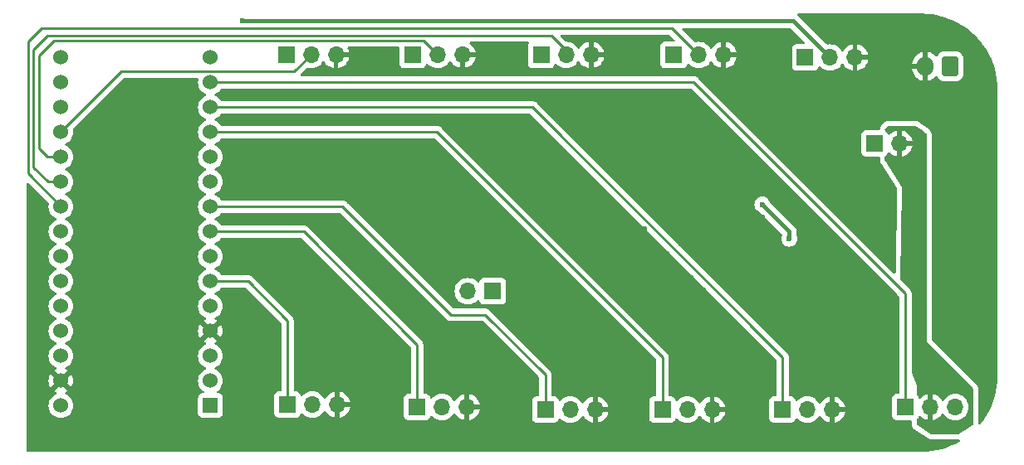
<source format=gbr>
%TF.GenerationSoftware,KiCad,Pcbnew,8.0.7*%
%TF.CreationDate,2024-12-28T13:40:39+03:00*%
%TF.ProjectId,FiveSwitch,46697665-5377-4697-9463-682e6b696361,rev?*%
%TF.SameCoordinates,Original*%
%TF.FileFunction,Copper,L2,Bot*%
%TF.FilePolarity,Positive*%
%FSLAX46Y46*%
G04 Gerber Fmt 4.6, Leading zero omitted, Abs format (unit mm)*
G04 Created by KiCad (PCBNEW 8.0.7) date 2024-12-28 13:40:39*
%MOMM*%
%LPD*%
G01*
G04 APERTURE LIST*
G04 Aperture macros list*
%AMRoundRect*
0 Rectangle with rounded corners*
0 $1 Rounding radius*
0 $2 $3 $4 $5 $6 $7 $8 $9 X,Y pos of 4 corners*
0 Add a 4 corners polygon primitive as box body*
4,1,4,$2,$3,$4,$5,$6,$7,$8,$9,$2,$3,0*
0 Add four circle primitives for the rounded corners*
1,1,$1+$1,$2,$3*
1,1,$1+$1,$4,$5*
1,1,$1+$1,$6,$7*
1,1,$1+$1,$8,$9*
0 Add four rect primitives between the rounded corners*
20,1,$1+$1,$2,$3,$4,$5,0*
20,1,$1+$1,$4,$5,$6,$7,0*
20,1,$1+$1,$6,$7,$8,$9,0*
20,1,$1+$1,$8,$9,$2,$3,0*%
G04 Aperture macros list end*
%TA.AperFunction,ComponentPad*%
%ADD10R,1.700000X1.700000*%
%TD*%
%TA.AperFunction,ComponentPad*%
%ADD11O,1.700000X1.700000*%
%TD*%
%TA.AperFunction,ComponentPad*%
%ADD12RoundRect,0.250000X0.600000X0.750000X-0.600000X0.750000X-0.600000X-0.750000X0.600000X-0.750000X0*%
%TD*%
%TA.AperFunction,ComponentPad*%
%ADD13O,1.700000X2.000000*%
%TD*%
%TA.AperFunction,ComponentPad*%
%ADD14R,1.524000X1.524000*%
%TD*%
%TA.AperFunction,ComponentPad*%
%ADD15C,1.524000*%
%TD*%
%TA.AperFunction,ViaPad*%
%ADD16C,0.600000*%
%TD*%
%TA.AperFunction,Conductor*%
%ADD17C,0.250000*%
%TD*%
%TA.AperFunction,Conductor*%
%ADD18C,0.450000*%
%TD*%
G04 APERTURE END LIST*
D10*
%TO.P,J11,1,Pin_1*%
%TO.N,+5V*%
X152210000Y-55725000D03*
D11*
%TO.P,J11,2,Pin_2*%
%TO.N,Toggle Switch 3*%
X154750000Y-55725000D03*
%TO.P,J11,3,Pin_3*%
%TO.N,GND*%
X157290000Y-55725000D03*
%TD*%
D10*
%TO.P,J7,1,Pin_1*%
%TO.N,PWM Foot 3*%
X164560702Y-91935837D03*
D11*
%TO.P,J7,2,Pin_2*%
%TO.N,+5V*%
X167100702Y-91935837D03*
%TO.P,J7,3,Pin_3*%
%TO.N,GND*%
X169640702Y-91935837D03*
%TD*%
D10*
%TO.P,J2,1,Pin_1*%
%TO.N,PWM Foot 1*%
X139560702Y-91685837D03*
D11*
%TO.P,J2,2,Pin_2*%
%TO.N,+5V*%
X142100702Y-91685837D03*
%TO.P,J2,3,Pin_3*%
%TO.N,GND*%
X144640702Y-91685837D03*
%TD*%
D10*
%TO.P,J10,1,Pin_1*%
%TO.N,+5V*%
X139120000Y-55725000D03*
D11*
%TO.P,J10,2,Pin_2*%
%TO.N,Toggle Switch 2*%
X141660000Y-55725000D03*
%TO.P,J10,3,Pin_3*%
%TO.N,GND*%
X144200000Y-55725000D03*
%TD*%
D10*
%TO.P,J5,1,Pin_1*%
%TO.N,Net-(J5-Pin_1)*%
X186210000Y-64750000D03*
D11*
%TO.P,J5,2,Pin_2*%
%TO.N,+5V*%
X188750000Y-64750000D03*
%TD*%
D12*
%TO.P,J4,1,Pin_1*%
%TO.N,/Batt+*%
X193887123Y-56883099D03*
D13*
%TO.P,J4,2,Pin_2*%
%TO.N,GND*%
X191387123Y-56883099D03*
%TD*%
D10*
%TO.P,J8,1,Pin_1*%
%TO.N,PWM Foot 4*%
X176810702Y-91935837D03*
D11*
%TO.P,J8,2,Pin_2*%
%TO.N,+5V*%
X179350702Y-91935837D03*
%TO.P,J8,3,Pin_3*%
%TO.N,GND*%
X181890702Y-91935837D03*
%TD*%
D14*
%TO.P,TB1,1,D1/TX*%
%TO.N,unconnected-(TB1-D1{slash}TX-Pad1)*%
X118490000Y-91530000D03*
D15*
%TO.P,TB1,2,D0/RX*%
%TO.N,unconnected-(TB1-D0{slash}RX-Pad2)*%
X118490000Y-88990000D03*
%TO.P,TB1,3,RESET*%
%TO.N,unconnected-(TB1-RESET-Pad28)*%
X118490000Y-86450000D03*
%TO.P,TB1,4,COM/GND*%
%TO.N,GND*%
X118490000Y-83910000D03*
%TO.P,TB1,5,D2*%
%TO.N,unconnected-(TB1-D2-Pad5)*%
X118490000Y-81370000D03*
%TO.P,TB1,6,D3*%
%TO.N,PWM Lid*%
X118490000Y-78830000D03*
%TO.P,TB1,7,D4*%
%TO.N,Status LED*%
X118490000Y-76290000D03*
%TO.P,TB1,8,D5*%
%TO.N,PWM Foot 1*%
X118490000Y-73750000D03*
%TO.P,TB1,9,D6*%
%TO.N,PWM Foot 2*%
X118490000Y-71210000D03*
%TO.P,TB1,10,D7*%
%TO.N,unconnected-(TB1-D7-Pad10)*%
X118490000Y-68670000D03*
%TO.P,TB1,11,D8*%
%TO.N,unconnected-(TB1-D8-Pad11)*%
X118490000Y-66130000D03*
%TO.P,TB1,12,D9*%
%TO.N,PWM Foot 3*%
X118490000Y-63590000D03*
%TO.P,TB1,13,D10*%
%TO.N,PWM Foot 4*%
X118490000Y-61050000D03*
%TO.P,TB1,14,D11/MOSI*%
%TO.N,PWM Foot 5*%
X118490000Y-58510000D03*
%TO.P,TB1,15,D12/MISO*%
%TO.N,unconnected-(TB1-D12{slash}MISO-Pad15)*%
X118490000Y-55970000D03*
%TO.P,TB1,16,D13/SCK*%
%TO.N,unconnected-(TB1-D13{slash}SCK-Pad16)*%
X103250000Y-55970000D03*
%TO.P,TB1,17,3V3*%
%TO.N,unconnected-(TB1-3V3-Pad17)*%
X103250000Y-58510000D03*
%TO.P,TB1,18,AREF*%
%TO.N,unconnected-(TB1-AREF-Pad18)*%
X103250000Y-61050000D03*
%TO.P,TB1,19,A0*%
%TO.N,Toggle Switch 1*%
X103250000Y-63590000D03*
%TO.P,TB1,20,A1*%
%TO.N,Toggle Switch 2*%
X103250000Y-66130000D03*
%TO.P,TB1,21,A2*%
%TO.N,Toggle Switch 3*%
X103250000Y-68670000D03*
%TO.P,TB1,22,A3*%
%TO.N,Toggle Switch 4*%
X103250000Y-71210000D03*
%TO.P,TB1,23,A4*%
%TO.N,Toggle Switch 5*%
X103250000Y-73750000D03*
%TO.P,TB1,24,A5*%
%TO.N,unconnected-(TB1-A5-Pad24)*%
X103250000Y-76290000D03*
%TO.P,TB1,25,A6*%
%TO.N,unconnected-(TB1-A6-Pad25)*%
X103250000Y-78830000D03*
%TO.P,TB1,26,A7*%
%TO.N,unconnected-(TB1-A7-Pad26)*%
X103250000Y-81370000D03*
%TO.P,TB1,27,+5V*%
%TO.N,+5V*%
X103250000Y-83910000D03*
%TO.P,TB1,28,RESET*%
%TO.N,unconnected-(TB1-RESET-Pad28)_1*%
X103250000Y-86450000D03*
%TO.P,TB1,29,COM/GND*%
%TO.N,GND*%
X103250000Y-88990000D03*
%TO.P,TB1,30,VIN*%
%TO.N,unconnected-(TB1-VIN-Pad30)*%
X103250000Y-91530000D03*
%TD*%
D10*
%TO.P,J9,1,Pin_1*%
%TO.N,PWM Foot 5*%
X189350702Y-91685837D03*
D11*
%TO.P,J9,2,Pin_2*%
%TO.N,+5V*%
X191890702Y-91685837D03*
%TO.P,J9,3,Pin_3*%
%TO.N,GND*%
X194430702Y-91685837D03*
%TD*%
D10*
%TO.P,J6,1,Pin_1*%
%TO.N,PWM Foot 2*%
X152640702Y-91935837D03*
D11*
%TO.P,J6,2,Pin_2*%
%TO.N,+5V*%
X155180702Y-91935837D03*
%TO.P,J6,3,Pin_3*%
%TO.N,GND*%
X157720702Y-91935837D03*
%TD*%
D10*
%TO.P,J3,1,Pin_1*%
%TO.N,+5V*%
X126210000Y-55725000D03*
D11*
%TO.P,J3,2,Pin_2*%
%TO.N,Toggle Switch 1*%
X128750000Y-55725000D03*
%TO.P,J3,3,Pin_3*%
%TO.N,GND*%
X131290000Y-55725000D03*
%TD*%
D10*
%TO.P,J13,1,Pin_1*%
%TO.N,+5V*%
X179120000Y-55975000D03*
D11*
%TO.P,J13,2,Pin_2*%
%TO.N,Toggle Switch 5*%
X181660000Y-55975000D03*
%TO.P,J13,3,Pin_3*%
%TO.N,GND*%
X184200000Y-55975000D03*
%TD*%
D10*
%TO.P,J14,1,Pin_1*%
%TO.N,+5V*%
X147275000Y-79850000D03*
D11*
%TO.P,J14,2,Pin_2*%
%TO.N,Net-(J14-Pin_2)*%
X144735000Y-79850000D03*
%TD*%
D10*
%TO.P,J1,1,Pin_1*%
%TO.N,PWM Lid*%
X126350702Y-91435837D03*
D11*
%TO.P,J1,2,Pin_2*%
%TO.N,+5V*%
X128890702Y-91435837D03*
%TO.P,J1,3,Pin_3*%
%TO.N,GND*%
X131430702Y-91435837D03*
%TD*%
D10*
%TO.P,J12,1,Pin_1*%
%TO.N,+5V*%
X165725000Y-55725000D03*
D11*
%TO.P,J12,2,Pin_2*%
%TO.N,Toggle Switch 4*%
X168265000Y-55725000D03*
%TO.P,J12,3,Pin_3*%
%TO.N,GND*%
X170805000Y-55725000D03*
%TD*%
D16*
%TO.N,GND*%
X171500000Y-77000000D03*
X164768220Y-80646279D03*
X174000000Y-77000000D03*
X169250000Y-66250000D03*
X165500000Y-82000000D03*
X182750000Y-80000000D03*
X176250000Y-74000000D03*
X176250000Y-75500000D03*
X169500000Y-65000000D03*
X182000000Y-66250000D03*
X175000000Y-80750000D03*
X100500000Y-78250000D03*
X167500000Y-78500000D03*
X153000000Y-83250000D03*
X177745816Y-81773509D03*
X172750000Y-77750000D03*
X177750000Y-78250000D03*
X176250000Y-78250000D03*
X175000000Y-77500000D03*
X165500000Y-73750000D03*
X179500000Y-66500000D03*
X175000000Y-74750000D03*
X166500000Y-75000000D03*
X166000000Y-77250000D03*
X175000000Y-76250000D03*
X142250000Y-74250000D03*
X174000000Y-80000000D03*
X168250000Y-67000000D03*
X169913013Y-75935036D03*
X172500000Y-76000000D03*
X162250000Y-70500000D03*
X163901120Y-70992566D03*
X164883833Y-82929643D03*
X172500000Y-79250000D03*
X165500000Y-83500000D03*
X180500000Y-74000000D03*
X165000000Y-76000000D03*
X174250000Y-78500000D03*
X176250000Y-81500000D03*
X174000000Y-75750000D03*
X165500000Y-72500000D03*
X170750000Y-79000000D03*
X166250000Y-82750000D03*
X176250000Y-79750000D03*
X169250000Y-77500000D03*
X166750000Y-73000000D03*
X176250000Y-77000000D03*
X174750000Y-72250000D03*
X136000000Y-78000000D03*
X162750000Y-73500000D03*
X177750000Y-80500000D03*
X170750000Y-71000000D03*
X175000000Y-79000000D03*
X168750000Y-79750000D03*
X159750000Y-87750000D03*
X168000000Y-76250000D03*
X177750000Y-76750000D03*
X100500000Y-90500000D03*
X163323053Y-74807806D03*
X165895450Y-70992566D03*
X181250000Y-80000000D03*
%TO.N,Toggle Switch 5*%
X121750000Y-52250000D03*
%TO.N,Net-(U1-FB)*%
X174750000Y-71000000D03*
X177500000Y-74500000D03*
%TD*%
D17*
%TO.N,Toggle Switch 1*%
X109417000Y-57423000D02*
X127052000Y-57423000D01*
X127052000Y-57423000D02*
X128750000Y-55725000D01*
X103250000Y-63590000D02*
X109417000Y-57423000D01*
%TO.N,Toggle Switch 2*%
X140185000Y-54250000D02*
X102500000Y-54250000D01*
X102500000Y-54250000D02*
X101000000Y-55750000D01*
X141660000Y-55725000D02*
X140185000Y-54250000D01*
X101880000Y-66130000D02*
X103250000Y-66130000D01*
X101000000Y-55750000D02*
X101000000Y-65250000D01*
X101000000Y-65250000D02*
X101880000Y-66130000D01*
%TO.N,Toggle Switch 3*%
X100425000Y-67175000D02*
X101920000Y-68670000D01*
X153250000Y-53750000D02*
X101875000Y-53750000D01*
X101875000Y-53750000D02*
X100425000Y-55200000D01*
X154750000Y-55250000D02*
X153250000Y-53750000D01*
X154750000Y-55725000D02*
X154750000Y-55250000D01*
X100425000Y-55200000D02*
X100425000Y-67175000D01*
X101920000Y-68670000D02*
X103250000Y-68670000D01*
%TO.N,Toggle Switch 4*%
X101250000Y-53000000D02*
X165540000Y-53000000D01*
X165540000Y-53000000D02*
X168265000Y-55725000D01*
X99875000Y-67835000D02*
X99875000Y-54375000D01*
X99875000Y-54375000D02*
X101250000Y-53000000D01*
X103250000Y-71210000D02*
X99875000Y-67835000D01*
D18*
%TO.N,Toggle Switch 5*%
X177935000Y-52250000D02*
X121750000Y-52250000D01*
X181660000Y-55975000D02*
X177935000Y-52250000D01*
D17*
%TO.N,PWM Lid*%
X122330000Y-78830000D02*
X118490000Y-78830000D01*
X126350702Y-82850702D02*
X122330000Y-78830000D01*
X126350702Y-91435837D02*
X126350702Y-82850702D01*
%TO.N,PWM Foot 1*%
X128000000Y-73750000D02*
X118490000Y-73750000D01*
X139560702Y-91685837D02*
X139560702Y-85310702D01*
X139560702Y-85310702D02*
X128000000Y-73750000D01*
%TO.N,PWM Foot 2*%
X152640702Y-88390702D02*
X146500000Y-82250000D01*
X152640702Y-91935837D02*
X152640702Y-88390702D01*
X131960000Y-71210000D02*
X118490000Y-71210000D01*
X143000000Y-82250000D02*
X131960000Y-71210000D01*
X146500000Y-82250000D02*
X143000000Y-82250000D01*
%TO.N,PWM Foot 3*%
X164560702Y-86560702D02*
X141590000Y-63590000D01*
X141590000Y-63590000D02*
X118490000Y-63590000D01*
X164560702Y-91935837D02*
X164560702Y-86560702D01*
%TO.N,PWM Foot 4*%
X176810702Y-86560702D02*
X176810702Y-91935837D01*
X118490000Y-61050000D02*
X151300000Y-61050000D01*
X151300000Y-61050000D02*
X176810702Y-86560702D01*
%TO.N,PWM Foot 5*%
X189350702Y-91685837D02*
X189350702Y-80100702D01*
X189350702Y-80100702D02*
X167760000Y-58510000D01*
X167760000Y-58510000D02*
X118490000Y-58510000D01*
D18*
%TO.N,Net-(U1-FB)*%
X177500000Y-73750000D02*
X174750000Y-71000000D01*
X177500000Y-74500000D02*
X177500000Y-73750000D01*
%TD*%
%TA.AperFunction,Conductor*%
%TO.N,GND*%
G36*
X117212061Y-58068185D02*
G01*
X117257816Y-58120989D01*
X117267760Y-58190147D01*
X117264798Y-58204585D01*
X117253054Y-58248415D01*
X117241930Y-58289930D01*
X117241929Y-58289937D01*
X117222677Y-58509997D01*
X117222677Y-58510002D01*
X117241929Y-58730062D01*
X117241930Y-58730070D01*
X117299104Y-58943445D01*
X117299105Y-58943447D01*
X117299106Y-58943450D01*
X117388660Y-59135500D01*
X117392466Y-59143662D01*
X117392468Y-59143666D01*
X117519170Y-59324615D01*
X117519175Y-59324621D01*
X117675378Y-59480824D01*
X117675384Y-59480829D01*
X117856333Y-59607531D01*
X117856335Y-59607532D01*
X117856338Y-59607534D01*
X117975748Y-59663215D01*
X117985189Y-59667618D01*
X118037628Y-59713790D01*
X118056780Y-59780984D01*
X118036564Y-59847865D01*
X117985189Y-59892382D01*
X117856340Y-59952465D01*
X117856338Y-59952466D01*
X117675377Y-60079175D01*
X117519175Y-60235377D01*
X117392466Y-60416338D01*
X117392465Y-60416340D01*
X117299107Y-60616548D01*
X117299104Y-60616554D01*
X117241930Y-60829929D01*
X117241929Y-60829937D01*
X117222677Y-61049997D01*
X117222677Y-61050002D01*
X117241929Y-61270062D01*
X117241930Y-61270070D01*
X117299104Y-61483445D01*
X117299105Y-61483447D01*
X117299106Y-61483450D01*
X117388660Y-61675500D01*
X117392466Y-61683662D01*
X117392468Y-61683666D01*
X117519170Y-61864615D01*
X117519175Y-61864621D01*
X117675378Y-62020824D01*
X117675384Y-62020829D01*
X117856333Y-62147531D01*
X117856335Y-62147532D01*
X117856338Y-62147534D01*
X117975748Y-62203215D01*
X117985189Y-62207618D01*
X118037628Y-62253790D01*
X118056780Y-62320984D01*
X118036564Y-62387865D01*
X117985189Y-62432382D01*
X117856340Y-62492465D01*
X117856338Y-62492466D01*
X117675377Y-62619175D01*
X117519175Y-62775377D01*
X117392466Y-62956338D01*
X117392465Y-62956340D01*
X117299107Y-63156548D01*
X117299104Y-63156554D01*
X117241930Y-63369929D01*
X117241929Y-63369937D01*
X117222677Y-63589997D01*
X117222677Y-63590002D01*
X117241929Y-63810062D01*
X117241930Y-63810070D01*
X117299104Y-64023445D01*
X117299105Y-64023447D01*
X117299106Y-64023450D01*
X117388660Y-64215500D01*
X117392466Y-64223662D01*
X117392468Y-64223666D01*
X117519170Y-64404615D01*
X117519175Y-64404621D01*
X117675378Y-64560824D01*
X117675384Y-64560829D01*
X117856333Y-64687531D01*
X117856335Y-64687532D01*
X117856338Y-64687534D01*
X117975748Y-64743215D01*
X117985189Y-64747618D01*
X118037628Y-64793790D01*
X118056780Y-64860984D01*
X118036564Y-64927865D01*
X117985189Y-64972382D01*
X117856340Y-65032465D01*
X117856338Y-65032466D01*
X117675377Y-65159175D01*
X117519175Y-65315377D01*
X117392466Y-65496338D01*
X117392465Y-65496340D01*
X117299107Y-65696548D01*
X117299104Y-65696554D01*
X117241930Y-65909929D01*
X117241929Y-65909937D01*
X117222677Y-66129997D01*
X117222677Y-66130002D01*
X117241929Y-66350062D01*
X117241930Y-66350070D01*
X117299104Y-66563445D01*
X117299105Y-66563447D01*
X117299106Y-66563450D01*
X117388660Y-66755500D01*
X117392466Y-66763662D01*
X117392468Y-66763666D01*
X117519170Y-66944615D01*
X117519175Y-66944621D01*
X117675378Y-67100824D01*
X117675384Y-67100829D01*
X117856333Y-67227531D01*
X117856335Y-67227532D01*
X117856338Y-67227534D01*
X117975748Y-67283215D01*
X117985189Y-67287618D01*
X118037628Y-67333790D01*
X118056780Y-67400984D01*
X118036564Y-67467865D01*
X117985189Y-67512382D01*
X117856340Y-67572465D01*
X117856338Y-67572466D01*
X117675377Y-67699175D01*
X117519175Y-67855377D01*
X117392466Y-68036338D01*
X117392465Y-68036340D01*
X117299107Y-68236548D01*
X117299104Y-68236554D01*
X117241930Y-68449929D01*
X117241929Y-68449937D01*
X117222677Y-68669997D01*
X117222677Y-68670002D01*
X117241929Y-68890062D01*
X117241930Y-68890070D01*
X117299104Y-69103445D01*
X117299105Y-69103447D01*
X117299106Y-69103450D01*
X117392466Y-69303662D01*
X117392468Y-69303666D01*
X117519170Y-69484615D01*
X117519175Y-69484621D01*
X117675378Y-69640824D01*
X117675384Y-69640829D01*
X117856333Y-69767531D01*
X117856335Y-69767532D01*
X117856338Y-69767534D01*
X117975748Y-69823215D01*
X117985189Y-69827618D01*
X118037628Y-69873790D01*
X118056780Y-69940984D01*
X118036564Y-70007865D01*
X117985189Y-70052382D01*
X117856340Y-70112465D01*
X117856338Y-70112466D01*
X117675377Y-70239175D01*
X117519175Y-70395377D01*
X117392466Y-70576338D01*
X117392465Y-70576340D01*
X117299107Y-70776548D01*
X117299104Y-70776554D01*
X117241930Y-70989929D01*
X117241929Y-70989937D01*
X117222677Y-71209997D01*
X117222677Y-71210002D01*
X117241929Y-71430062D01*
X117241930Y-71430070D01*
X117299104Y-71643445D01*
X117299105Y-71643447D01*
X117299106Y-71643450D01*
X117337501Y-71725789D01*
X117392466Y-71843662D01*
X117392468Y-71843666D01*
X117519170Y-72024615D01*
X117519175Y-72024621D01*
X117675378Y-72180824D01*
X117675384Y-72180829D01*
X117856333Y-72307531D01*
X117856335Y-72307532D01*
X117856338Y-72307534D01*
X117975748Y-72363215D01*
X117985189Y-72367618D01*
X118037628Y-72413790D01*
X118056780Y-72480984D01*
X118036564Y-72547865D01*
X117985189Y-72592382D01*
X117856340Y-72652465D01*
X117856338Y-72652466D01*
X117675377Y-72779175D01*
X117519175Y-72935377D01*
X117392466Y-73116338D01*
X117392465Y-73116340D01*
X117299107Y-73316548D01*
X117299104Y-73316554D01*
X117241930Y-73529929D01*
X117241929Y-73529937D01*
X117222677Y-73749997D01*
X117222677Y-73750002D01*
X117241929Y-73970062D01*
X117241930Y-73970070D01*
X117299104Y-74183445D01*
X117299105Y-74183447D01*
X117299106Y-74183450D01*
X117363130Y-74320750D01*
X117392466Y-74383662D01*
X117392468Y-74383666D01*
X117519170Y-74564615D01*
X117519175Y-74564621D01*
X117675378Y-74720824D01*
X117675384Y-74720829D01*
X117856333Y-74847531D01*
X117856335Y-74847532D01*
X117856338Y-74847534D01*
X117975748Y-74903215D01*
X117985189Y-74907618D01*
X118037628Y-74953790D01*
X118056780Y-75020984D01*
X118036564Y-75087865D01*
X117985189Y-75132382D01*
X117856340Y-75192465D01*
X117856338Y-75192466D01*
X117675377Y-75319175D01*
X117519175Y-75475377D01*
X117392466Y-75656338D01*
X117392465Y-75656340D01*
X117299107Y-75856548D01*
X117299104Y-75856554D01*
X117241930Y-76069929D01*
X117241929Y-76069937D01*
X117222677Y-76289997D01*
X117222677Y-76290002D01*
X117241929Y-76510062D01*
X117241930Y-76510070D01*
X117299104Y-76723445D01*
X117299105Y-76723447D01*
X117299106Y-76723450D01*
X117392466Y-76923662D01*
X117392468Y-76923666D01*
X117519170Y-77104615D01*
X117519175Y-77104621D01*
X117675378Y-77260824D01*
X117675384Y-77260829D01*
X117856333Y-77387531D01*
X117856335Y-77387532D01*
X117856338Y-77387534D01*
X117975748Y-77443215D01*
X117985189Y-77447618D01*
X118037628Y-77493790D01*
X118056780Y-77560984D01*
X118036564Y-77627865D01*
X117985189Y-77672382D01*
X117856340Y-77732465D01*
X117856338Y-77732466D01*
X117675377Y-77859175D01*
X117519175Y-78015377D01*
X117392466Y-78196338D01*
X117392465Y-78196340D01*
X117299107Y-78396548D01*
X117299104Y-78396554D01*
X117241930Y-78609929D01*
X117241929Y-78609937D01*
X117222677Y-78829997D01*
X117222677Y-78830002D01*
X117241929Y-79050062D01*
X117241930Y-79050070D01*
X117299104Y-79263445D01*
X117299105Y-79263447D01*
X117299106Y-79263450D01*
X117356408Y-79386335D01*
X117392466Y-79463662D01*
X117392468Y-79463666D01*
X117519170Y-79644615D01*
X117519175Y-79644621D01*
X117675378Y-79800824D01*
X117675384Y-79800829D01*
X117856333Y-79927531D01*
X117856335Y-79927532D01*
X117856338Y-79927534D01*
X117975748Y-79983215D01*
X117985189Y-79987618D01*
X118037628Y-80033790D01*
X118056780Y-80100984D01*
X118036564Y-80167865D01*
X117985189Y-80212382D01*
X117856340Y-80272465D01*
X117856338Y-80272466D01*
X117675377Y-80399175D01*
X117519175Y-80555377D01*
X117392466Y-80736338D01*
X117392465Y-80736340D01*
X117299107Y-80936548D01*
X117299104Y-80936554D01*
X117241930Y-81149929D01*
X117241929Y-81149937D01*
X117222677Y-81369997D01*
X117222677Y-81370002D01*
X117241929Y-81590062D01*
X117241930Y-81590070D01*
X117299104Y-81803445D01*
X117299105Y-81803447D01*
X117299106Y-81803450D01*
X117323428Y-81855608D01*
X117392466Y-82003662D01*
X117392468Y-82003666D01*
X117519170Y-82184615D01*
X117519175Y-82184621D01*
X117675378Y-82340824D01*
X117675384Y-82340829D01*
X117856333Y-82467531D01*
X117856335Y-82467532D01*
X117856338Y-82467534D01*
X117985189Y-82527618D01*
X117985781Y-82527894D01*
X118038220Y-82574066D01*
X118057372Y-82641260D01*
X118037156Y-82708141D01*
X117985781Y-82752658D01*
X117856590Y-82812901D01*
X117791811Y-82858258D01*
X118354058Y-83420504D01*
X118293919Y-83436619D01*
X118178080Y-83503498D01*
X118083498Y-83598080D01*
X118016619Y-83713919D01*
X118000504Y-83774057D01*
X117438258Y-83211811D01*
X117392901Y-83276590D01*
X117299579Y-83476720D01*
X117299575Y-83476729D01*
X117242426Y-83690013D01*
X117242424Y-83690023D01*
X117223179Y-83909999D01*
X117223179Y-83910000D01*
X117242424Y-84129976D01*
X117242426Y-84129986D01*
X117299575Y-84343270D01*
X117299580Y-84343284D01*
X117392898Y-84543405D01*
X117392901Y-84543411D01*
X117438258Y-84608187D01*
X117438258Y-84608188D01*
X118000504Y-84045941D01*
X118016619Y-84106081D01*
X118083498Y-84221920D01*
X118178080Y-84316502D01*
X118293919Y-84383381D01*
X118354057Y-84399494D01*
X117791810Y-84961740D01*
X117856589Y-85007098D01*
X117985781Y-85067342D01*
X118038220Y-85113514D01*
X118057372Y-85180708D01*
X118037156Y-85247589D01*
X117985781Y-85292106D01*
X117856340Y-85352465D01*
X117856338Y-85352466D01*
X117675377Y-85479175D01*
X117519175Y-85635377D01*
X117392466Y-85816338D01*
X117392465Y-85816340D01*
X117299107Y-86016548D01*
X117299104Y-86016554D01*
X117241930Y-86229929D01*
X117241930Y-86229933D01*
X117222677Y-86449997D01*
X117222677Y-86450002D01*
X117241929Y-86670062D01*
X117241930Y-86670070D01*
X117299104Y-86883445D01*
X117299105Y-86883447D01*
X117299106Y-86883450D01*
X117392466Y-87083662D01*
X117392468Y-87083666D01*
X117519170Y-87264615D01*
X117519175Y-87264621D01*
X117675378Y-87420824D01*
X117675384Y-87420829D01*
X117856333Y-87547531D01*
X117856335Y-87547532D01*
X117856338Y-87547534D01*
X117975748Y-87603215D01*
X117985189Y-87607618D01*
X118037628Y-87653790D01*
X118056780Y-87720984D01*
X118036564Y-87787865D01*
X117985189Y-87832382D01*
X117856340Y-87892465D01*
X117856338Y-87892466D01*
X117675377Y-88019175D01*
X117519175Y-88175377D01*
X117392466Y-88356338D01*
X117392465Y-88356340D01*
X117299107Y-88556548D01*
X117299104Y-88556554D01*
X117241930Y-88769929D01*
X117241929Y-88769937D01*
X117222677Y-88989997D01*
X117222677Y-88990002D01*
X117241929Y-89210062D01*
X117241930Y-89210070D01*
X117299104Y-89423445D01*
X117299105Y-89423447D01*
X117299106Y-89423450D01*
X117392346Y-89623405D01*
X117392466Y-89623662D01*
X117392468Y-89623666D01*
X117519170Y-89804615D01*
X117519174Y-89804620D01*
X117675380Y-89960826D01*
X117790937Y-90041740D01*
X117791202Y-90041925D01*
X117834827Y-90096502D01*
X117842021Y-90166000D01*
X117810498Y-90228355D01*
X117750269Y-90263769D01*
X117720082Y-90267500D01*
X117680131Y-90267500D01*
X117680123Y-90267501D01*
X117620516Y-90273908D01*
X117485671Y-90324202D01*
X117485664Y-90324206D01*
X117370455Y-90410452D01*
X117370452Y-90410455D01*
X117284206Y-90525664D01*
X117284202Y-90525671D01*
X117233908Y-90660517D01*
X117228010Y-90715380D01*
X117227501Y-90720123D01*
X117227500Y-90720135D01*
X117227500Y-92339870D01*
X117227501Y-92339876D01*
X117233908Y-92399483D01*
X117284202Y-92534328D01*
X117284206Y-92534335D01*
X117370452Y-92649544D01*
X117370455Y-92649547D01*
X117485664Y-92735793D01*
X117485671Y-92735797D01*
X117620517Y-92786091D01*
X117620516Y-92786091D01*
X117627444Y-92786835D01*
X117680127Y-92792500D01*
X119299872Y-92792499D01*
X119359483Y-92786091D01*
X119494331Y-92735796D01*
X119609546Y-92649546D01*
X119695796Y-92534331D01*
X119746091Y-92399483D01*
X119752500Y-92339873D01*
X119752499Y-90720128D01*
X119746294Y-90662404D01*
X119746091Y-90660516D01*
X119695797Y-90525671D01*
X119695793Y-90525664D01*
X119609547Y-90410455D01*
X119609544Y-90410452D01*
X119494335Y-90324206D01*
X119494328Y-90324202D01*
X119359482Y-90273908D01*
X119359483Y-90273908D01*
X119299883Y-90267501D01*
X119299881Y-90267500D01*
X119299873Y-90267500D01*
X119299865Y-90267500D01*
X119259921Y-90267500D01*
X119192882Y-90247815D01*
X119147127Y-90195011D01*
X119137183Y-90125853D01*
X119166208Y-90062297D01*
X119188798Y-90041925D01*
X119189061Y-90041741D01*
X119304620Y-89960826D01*
X119460826Y-89804620D01*
X119587534Y-89623662D01*
X119680894Y-89423450D01*
X119738070Y-89210068D01*
X119757323Y-88990000D01*
X119738070Y-88769932D01*
X119680894Y-88556550D01*
X119587534Y-88356339D01*
X119460826Y-88175380D01*
X119304620Y-88019174D01*
X119304616Y-88019171D01*
X119304615Y-88019170D01*
X119123666Y-87892468D01*
X119123658Y-87892464D01*
X118994811Y-87832382D01*
X118942371Y-87786210D01*
X118923219Y-87719017D01*
X118943435Y-87652135D01*
X118994811Y-87607618D01*
X119000802Y-87604824D01*
X119123662Y-87547534D01*
X119304620Y-87420826D01*
X119460826Y-87264620D01*
X119587534Y-87083662D01*
X119680894Y-86883450D01*
X119738070Y-86670068D01*
X119757323Y-86450000D01*
X119751046Y-86378257D01*
X119738070Y-86229933D01*
X119738069Y-86229929D01*
X119680895Y-86016554D01*
X119680894Y-86016550D01*
X119587534Y-85816339D01*
X119460826Y-85635380D01*
X119304620Y-85479174D01*
X119304616Y-85479171D01*
X119304615Y-85479170D01*
X119123666Y-85352468D01*
X119123662Y-85352466D01*
X118994218Y-85292105D01*
X118941779Y-85245932D01*
X118922627Y-85178739D01*
X118942843Y-85111858D01*
X118994219Y-85067340D01*
X119123416Y-85007095D01*
X119123417Y-85007094D01*
X119188188Y-84961741D01*
X118625942Y-84399494D01*
X118686081Y-84383381D01*
X118801920Y-84316502D01*
X118896502Y-84221920D01*
X118963381Y-84106081D01*
X118979495Y-84045942D01*
X119541741Y-84608188D01*
X119587094Y-84543417D01*
X119587100Y-84543407D01*
X119680419Y-84343284D01*
X119680424Y-84343270D01*
X119737573Y-84129986D01*
X119737575Y-84129976D01*
X119756821Y-83910000D01*
X119756821Y-83909999D01*
X119737575Y-83690023D01*
X119737573Y-83690013D01*
X119680424Y-83476729D01*
X119680420Y-83476720D01*
X119587096Y-83276586D01*
X119541741Y-83211811D01*
X119541740Y-83211810D01*
X118979494Y-83774056D01*
X118963381Y-83713919D01*
X118896502Y-83598080D01*
X118801920Y-83503498D01*
X118686081Y-83436619D01*
X118625941Y-83420504D01*
X119188188Y-82858258D01*
X119123411Y-82812901D01*
X119123405Y-82812898D01*
X118994219Y-82752658D01*
X118941779Y-82706486D01*
X118922627Y-82639293D01*
X118942843Y-82572411D01*
X118994219Y-82527894D01*
X118994811Y-82527618D01*
X119123662Y-82467534D01*
X119304620Y-82340826D01*
X119460826Y-82184620D01*
X119587534Y-82003662D01*
X119680894Y-81803450D01*
X119738070Y-81590068D01*
X119757323Y-81370000D01*
X119738070Y-81149932D01*
X119680894Y-80936550D01*
X119587534Y-80736339D01*
X119460826Y-80555380D01*
X119304620Y-80399174D01*
X119304616Y-80399171D01*
X119304615Y-80399170D01*
X119123666Y-80272468D01*
X119123658Y-80272464D01*
X118994811Y-80212382D01*
X118942371Y-80166210D01*
X118923219Y-80099017D01*
X118943435Y-80032135D01*
X118994811Y-79987618D01*
X119000802Y-79984824D01*
X119123662Y-79927534D01*
X119304620Y-79800826D01*
X119460826Y-79644620D01*
X119556225Y-79508376D01*
X119610802Y-79464752D01*
X119657800Y-79455500D01*
X122019548Y-79455500D01*
X122086587Y-79475185D01*
X122107229Y-79491819D01*
X125688883Y-83073473D01*
X125722368Y-83134796D01*
X125725202Y-83161154D01*
X125725202Y-89961337D01*
X125705517Y-90028376D01*
X125652713Y-90074131D01*
X125601203Y-90085337D01*
X125452832Y-90085337D01*
X125452825Y-90085338D01*
X125393218Y-90091745D01*
X125258373Y-90142039D01*
X125258366Y-90142043D01*
X125143157Y-90228289D01*
X125143154Y-90228292D01*
X125056908Y-90343501D01*
X125056904Y-90343508D01*
X125006610Y-90478354D01*
X125000203Y-90537953D01*
X125000202Y-90537972D01*
X125000202Y-92333707D01*
X125000203Y-92333713D01*
X125006610Y-92393320D01*
X125056904Y-92528165D01*
X125056908Y-92528172D01*
X125143154Y-92643381D01*
X125143157Y-92643384D01*
X125258366Y-92729630D01*
X125258373Y-92729634D01*
X125393219Y-92779928D01*
X125393218Y-92779928D01*
X125400146Y-92780672D01*
X125452829Y-92786337D01*
X127248574Y-92786336D01*
X127308185Y-92779928D01*
X127443033Y-92729633D01*
X127558248Y-92643383D01*
X127644498Y-92528168D01*
X127693512Y-92396753D01*
X127735383Y-92340821D01*
X127800847Y-92316403D01*
X127869120Y-92331254D01*
X127897375Y-92352406D01*
X128019301Y-92474332D01*
X128104984Y-92534328D01*
X128212867Y-92609869D01*
X128212869Y-92609870D01*
X128212872Y-92609872D01*
X128427039Y-92709740D01*
X128427045Y-92709741D01*
X128427046Y-92709742D01*
X128480042Y-92723942D01*
X128655294Y-92770900D01*
X128831736Y-92786337D01*
X128890701Y-92791496D01*
X128890702Y-92791496D01*
X128890703Y-92791496D01*
X128949668Y-92786337D01*
X129126110Y-92770900D01*
X129354365Y-92709740D01*
X129568532Y-92609872D01*
X129762103Y-92474332D01*
X129929197Y-92307238D01*
X130059432Y-92121242D01*
X130114009Y-92077618D01*
X130183507Y-92070424D01*
X130245862Y-92101947D01*
X130262581Y-92121242D01*
X130392592Y-92306915D01*
X130559619Y-92473942D01*
X130753123Y-92609437D01*
X130967209Y-92709266D01*
X130967218Y-92709270D01*
X131180702Y-92766471D01*
X131180702Y-91868849D01*
X131237709Y-91901762D01*
X131364876Y-91935837D01*
X131496528Y-91935837D01*
X131623695Y-91901762D01*
X131680702Y-91868849D01*
X131680702Y-92766470D01*
X131894185Y-92709270D01*
X131894194Y-92709266D01*
X132108280Y-92609437D01*
X132301784Y-92473942D01*
X132468807Y-92306919D01*
X132604302Y-92113415D01*
X132704131Y-91899329D01*
X132704134Y-91899323D01*
X132761338Y-91685837D01*
X131863714Y-91685837D01*
X131896627Y-91628830D01*
X131930702Y-91501663D01*
X131930702Y-91370011D01*
X131896627Y-91242844D01*
X131863714Y-91185837D01*
X132761338Y-91185837D01*
X132761337Y-91185836D01*
X132704134Y-90972350D01*
X132704131Y-90972344D01*
X132604302Y-90758259D01*
X132604301Y-90758257D01*
X132468815Y-90564763D01*
X132468810Y-90564757D01*
X132301784Y-90397731D01*
X132108280Y-90262236D01*
X131894194Y-90162407D01*
X131894188Y-90162404D01*
X131680702Y-90105201D01*
X131680702Y-91002825D01*
X131623695Y-90969912D01*
X131496528Y-90935837D01*
X131364876Y-90935837D01*
X131237709Y-90969912D01*
X131180702Y-91002825D01*
X131180702Y-90105201D01*
X131180701Y-90105201D01*
X130967215Y-90162404D01*
X130967209Y-90162407D01*
X130753124Y-90262236D01*
X130753122Y-90262237D01*
X130559628Y-90397723D01*
X130559622Y-90397728D01*
X130392593Y-90564757D01*
X130392592Y-90564759D01*
X130262582Y-90750432D01*
X130208005Y-90794056D01*
X130138506Y-90801249D01*
X130076152Y-90769727D01*
X130059432Y-90750431D01*
X129929196Y-90564434D01*
X129762104Y-90397343D01*
X129762097Y-90397338D01*
X129754529Y-90392039D01*
X129723223Y-90370118D01*
X129568536Y-90261804D01*
X129568532Y-90261802D01*
X129538537Y-90247815D01*
X129354365Y-90161934D01*
X129354361Y-90161933D01*
X129354357Y-90161931D01*
X129126115Y-90100775D01*
X129126105Y-90100773D01*
X128890703Y-90080178D01*
X128890701Y-90080178D01*
X128655298Y-90100773D01*
X128655288Y-90100775D01*
X128427046Y-90161931D01*
X128427037Y-90161935D01*
X128212873Y-90261801D01*
X128212871Y-90261802D01*
X128019302Y-90397340D01*
X127897375Y-90519267D01*
X127836052Y-90552751D01*
X127766360Y-90547767D01*
X127710427Y-90505895D01*
X127693512Y-90474918D01*
X127644499Y-90343508D01*
X127644495Y-90343501D01*
X127558249Y-90228292D01*
X127558246Y-90228289D01*
X127443037Y-90142043D01*
X127443030Y-90142039D01*
X127308184Y-90091745D01*
X127308185Y-90091745D01*
X127248585Y-90085338D01*
X127248583Y-90085337D01*
X127248575Y-90085337D01*
X127248567Y-90085337D01*
X127100202Y-90085337D01*
X127033163Y-90065652D01*
X126987408Y-90012848D01*
X126976202Y-89961337D01*
X126976202Y-82789095D01*
X126976201Y-82789091D01*
X126968899Y-82752382D01*
X126952165Y-82668250D01*
X126905013Y-82554416D01*
X126905012Y-82554415D01*
X126905009Y-82554409D01*
X126836560Y-82451969D01*
X126836557Y-82451965D01*
X126746339Y-82361747D01*
X126746308Y-82361718D01*
X122820198Y-78435608D01*
X122820178Y-78435586D01*
X122728733Y-78344141D01*
X122677509Y-78309915D01*
X122626287Y-78275689D01*
X122626286Y-78275688D01*
X122626283Y-78275686D01*
X122626280Y-78275685D01*
X122545792Y-78242347D01*
X122512453Y-78228537D01*
X122502427Y-78226543D01*
X122452029Y-78216518D01*
X122391610Y-78204500D01*
X122391607Y-78204500D01*
X122391606Y-78204500D01*
X119657799Y-78204500D01*
X119590760Y-78184815D01*
X119556224Y-78151623D01*
X119460827Y-78015381D01*
X119436936Y-77991490D01*
X119304620Y-77859174D01*
X119304616Y-77859171D01*
X119304615Y-77859170D01*
X119123666Y-77732468D01*
X119123658Y-77732464D01*
X118994811Y-77672382D01*
X118942371Y-77626210D01*
X118923219Y-77559017D01*
X118943435Y-77492135D01*
X118994811Y-77447618D01*
X119000802Y-77444824D01*
X119123662Y-77387534D01*
X119304620Y-77260826D01*
X119460826Y-77104620D01*
X119587534Y-76923662D01*
X119680894Y-76723450D01*
X119738070Y-76510068D01*
X119757323Y-76290000D01*
X119738070Y-76069932D01*
X119680894Y-75856550D01*
X119587534Y-75656339D01*
X119460826Y-75475380D01*
X119304620Y-75319174D01*
X119304616Y-75319171D01*
X119304615Y-75319170D01*
X119123666Y-75192468D01*
X119123658Y-75192464D01*
X118994811Y-75132382D01*
X118942371Y-75086210D01*
X118923219Y-75019017D01*
X118943435Y-74952135D01*
X118994811Y-74907618D01*
X119000802Y-74904824D01*
X119123662Y-74847534D01*
X119304620Y-74720826D01*
X119460826Y-74564620D01*
X119556225Y-74428376D01*
X119610802Y-74384752D01*
X119657800Y-74375500D01*
X127689548Y-74375500D01*
X127756587Y-74395185D01*
X127777229Y-74411819D01*
X138898883Y-85533473D01*
X138932368Y-85594796D01*
X138935202Y-85621154D01*
X138935202Y-90211337D01*
X138915517Y-90278376D01*
X138862713Y-90324131D01*
X138811203Y-90335337D01*
X138662832Y-90335337D01*
X138662825Y-90335338D01*
X138603218Y-90341745D01*
X138468373Y-90392039D01*
X138468366Y-90392043D01*
X138353157Y-90478289D01*
X138353154Y-90478292D01*
X138266908Y-90593501D01*
X138266904Y-90593508D01*
X138216610Y-90728354D01*
X138210203Y-90787953D01*
X138210202Y-90787972D01*
X138210202Y-92583707D01*
X138210203Y-92583713D01*
X138216610Y-92643320D01*
X138266904Y-92778165D01*
X138266908Y-92778172D01*
X138353154Y-92893381D01*
X138353157Y-92893384D01*
X138468366Y-92979630D01*
X138468373Y-92979634D01*
X138603219Y-93029928D01*
X138603218Y-93029928D01*
X138610146Y-93030672D01*
X138662829Y-93036337D01*
X140458574Y-93036336D01*
X140518185Y-93029928D01*
X140653033Y-92979633D01*
X140768248Y-92893383D01*
X140854498Y-92778168D01*
X140903512Y-92646753D01*
X140945383Y-92590821D01*
X141010847Y-92566403D01*
X141079120Y-92581254D01*
X141107375Y-92602406D01*
X141229301Y-92724332D01*
X141308700Y-92779928D01*
X141422867Y-92859869D01*
X141422869Y-92859870D01*
X141422872Y-92859872D01*
X141637039Y-92959740D01*
X141865294Y-93020900D01*
X142041736Y-93036337D01*
X142100701Y-93041496D01*
X142100702Y-93041496D01*
X142100703Y-93041496D01*
X142159668Y-93036337D01*
X142336110Y-93020900D01*
X142564365Y-92959740D01*
X142778532Y-92859872D01*
X142972103Y-92724332D01*
X143139197Y-92557238D01*
X143269432Y-92371242D01*
X143324009Y-92327618D01*
X143393507Y-92320424D01*
X143455862Y-92351947D01*
X143472581Y-92371242D01*
X143602592Y-92556915D01*
X143769619Y-92723942D01*
X143963123Y-92859437D01*
X144177209Y-92959266D01*
X144177218Y-92959270D01*
X144390702Y-93016471D01*
X144390702Y-92118849D01*
X144447709Y-92151762D01*
X144574876Y-92185837D01*
X144706528Y-92185837D01*
X144833695Y-92151762D01*
X144890702Y-92118849D01*
X144890702Y-93016470D01*
X145104185Y-92959270D01*
X145104194Y-92959266D01*
X145318280Y-92859437D01*
X145511784Y-92723942D01*
X145678807Y-92556919D01*
X145814302Y-92363415D01*
X145914131Y-92149329D01*
X145914134Y-92149323D01*
X145971338Y-91935837D01*
X145073714Y-91935837D01*
X145106627Y-91878830D01*
X145140702Y-91751663D01*
X145140702Y-91620011D01*
X145106627Y-91492844D01*
X145073714Y-91435837D01*
X145971338Y-91435837D01*
X145971337Y-91435836D01*
X145914134Y-91222350D01*
X145914131Y-91222344D01*
X145814302Y-91008259D01*
X145814301Y-91008257D01*
X145678815Y-90814763D01*
X145678810Y-90814757D01*
X145511784Y-90647731D01*
X145318280Y-90512236D01*
X145104194Y-90412407D01*
X145104188Y-90412404D01*
X144890702Y-90355201D01*
X144890702Y-91252825D01*
X144833695Y-91219912D01*
X144706528Y-91185837D01*
X144574876Y-91185837D01*
X144447709Y-91219912D01*
X144390702Y-91252825D01*
X144390702Y-90355201D01*
X144390701Y-90355201D01*
X144177215Y-90412404D01*
X144177209Y-90412407D01*
X143963124Y-90512236D01*
X143963122Y-90512237D01*
X143769628Y-90647723D01*
X143769622Y-90647728D01*
X143602593Y-90814757D01*
X143602592Y-90814759D01*
X143472582Y-91000432D01*
X143418005Y-91044056D01*
X143348506Y-91051249D01*
X143286152Y-91019727D01*
X143269432Y-91000431D01*
X143139196Y-90814434D01*
X142972104Y-90647343D01*
X142972097Y-90647338D01*
X142964529Y-90642039D01*
X142933223Y-90620118D01*
X142778536Y-90511804D01*
X142778532Y-90511802D01*
X142727692Y-90488095D01*
X142564365Y-90411934D01*
X142564361Y-90411933D01*
X142564357Y-90411931D01*
X142336115Y-90350775D01*
X142336105Y-90350773D01*
X142100703Y-90330178D01*
X142100701Y-90330178D01*
X141865298Y-90350773D01*
X141865288Y-90350775D01*
X141637046Y-90411931D01*
X141637037Y-90411935D01*
X141422873Y-90511801D01*
X141422871Y-90511802D01*
X141229302Y-90647340D01*
X141107375Y-90769267D01*
X141046052Y-90802751D01*
X140976360Y-90797767D01*
X140920427Y-90755895D01*
X140903512Y-90724918D01*
X140854499Y-90593508D01*
X140854495Y-90593501D01*
X140768249Y-90478292D01*
X140768246Y-90478289D01*
X140653037Y-90392043D01*
X140653030Y-90392039D01*
X140518184Y-90341745D01*
X140518185Y-90341745D01*
X140458585Y-90335338D01*
X140458583Y-90335337D01*
X140458575Y-90335337D01*
X140458567Y-90335337D01*
X140310202Y-90335337D01*
X140243163Y-90315652D01*
X140197408Y-90262848D01*
X140186202Y-90211337D01*
X140186202Y-85378443D01*
X140186203Y-85378422D01*
X140186203Y-85249093D01*
X140162166Y-85128257D01*
X140162165Y-85128251D01*
X140115014Y-85014417D01*
X140046560Y-84911969D01*
X140046557Y-84911965D01*
X128492928Y-73358338D01*
X128492925Y-73358334D01*
X128492925Y-73358335D01*
X128485858Y-73351268D01*
X128485858Y-73351267D01*
X128398733Y-73264142D01*
X128398732Y-73264141D01*
X128398731Y-73264140D01*
X128347509Y-73229915D01*
X128296287Y-73195689D01*
X128296286Y-73195688D01*
X128296283Y-73195686D01*
X128296280Y-73195685D01*
X128215792Y-73162347D01*
X128182453Y-73148537D01*
X128172427Y-73146543D01*
X128122029Y-73136518D01*
X128061610Y-73124500D01*
X128061607Y-73124500D01*
X128061606Y-73124500D01*
X119657799Y-73124500D01*
X119590760Y-73104815D01*
X119556224Y-73071623D01*
X119460827Y-72935381D01*
X119460823Y-72935377D01*
X119304620Y-72779174D01*
X119304616Y-72779171D01*
X119304615Y-72779170D01*
X119123666Y-72652468D01*
X119123658Y-72652464D01*
X118994811Y-72592382D01*
X118942371Y-72546210D01*
X118923219Y-72479017D01*
X118943435Y-72412135D01*
X118994811Y-72367618D01*
X119000802Y-72364824D01*
X119123662Y-72307534D01*
X119304620Y-72180826D01*
X119460826Y-72024620D01*
X119556225Y-71888376D01*
X119610802Y-71844752D01*
X119657800Y-71835500D01*
X131649548Y-71835500D01*
X131716587Y-71855185D01*
X131737229Y-71871819D01*
X142601263Y-82735855D01*
X142601267Y-82735858D01*
X142703710Y-82804309D01*
X142703711Y-82804309D01*
X142703715Y-82804312D01*
X142770396Y-82831931D01*
X142770398Y-82831933D01*
X142800129Y-82844247D01*
X142817548Y-82851463D01*
X142938394Y-82875500D01*
X146189548Y-82875500D01*
X146256587Y-82895185D01*
X146277229Y-82911819D01*
X151978883Y-88613473D01*
X152012368Y-88674796D01*
X152015202Y-88701154D01*
X152015202Y-90461337D01*
X151995517Y-90528376D01*
X151942713Y-90574131D01*
X151891203Y-90585337D01*
X151742832Y-90585337D01*
X151742825Y-90585338D01*
X151683218Y-90591745D01*
X151548373Y-90642039D01*
X151548366Y-90642043D01*
X151433157Y-90728289D01*
X151433154Y-90728292D01*
X151346908Y-90843501D01*
X151346904Y-90843508D01*
X151296610Y-90978354D01*
X151290203Y-91037953D01*
X151290202Y-91037972D01*
X151290202Y-92833707D01*
X151290203Y-92833713D01*
X151296610Y-92893320D01*
X151346904Y-93028165D01*
X151346908Y-93028172D01*
X151433154Y-93143381D01*
X151433157Y-93143384D01*
X151548366Y-93229630D01*
X151548373Y-93229634D01*
X151683219Y-93279928D01*
X151683218Y-93279928D01*
X151690146Y-93280672D01*
X151742829Y-93286337D01*
X153538574Y-93286336D01*
X153598185Y-93279928D01*
X153733033Y-93229633D01*
X153848248Y-93143383D01*
X153934498Y-93028168D01*
X153983512Y-92896753D01*
X154025383Y-92840821D01*
X154090847Y-92816403D01*
X154159120Y-92831254D01*
X154187375Y-92852406D01*
X154309301Y-92974332D01*
X154388700Y-93029928D01*
X154502867Y-93109869D01*
X154502869Y-93109870D01*
X154502872Y-93109872D01*
X154717039Y-93209740D01*
X154945294Y-93270900D01*
X155121736Y-93286337D01*
X155180701Y-93291496D01*
X155180702Y-93291496D01*
X155180703Y-93291496D01*
X155239668Y-93286337D01*
X155416110Y-93270900D01*
X155644365Y-93209740D01*
X155858532Y-93109872D01*
X156052103Y-92974332D01*
X156219197Y-92807238D01*
X156349432Y-92621242D01*
X156404009Y-92577618D01*
X156473507Y-92570424D01*
X156535862Y-92601947D01*
X156552581Y-92621242D01*
X156682592Y-92806915D01*
X156849619Y-92973942D01*
X157043123Y-93109437D01*
X157257209Y-93209266D01*
X157257218Y-93209270D01*
X157470702Y-93266471D01*
X157470702Y-92368849D01*
X157527709Y-92401762D01*
X157654876Y-92435837D01*
X157786528Y-92435837D01*
X157913695Y-92401762D01*
X157970702Y-92368849D01*
X157970702Y-93266470D01*
X158184185Y-93209270D01*
X158184194Y-93209266D01*
X158398280Y-93109437D01*
X158591784Y-92973942D01*
X158758807Y-92806919D01*
X158894302Y-92613415D01*
X158994131Y-92399329D01*
X158994134Y-92399323D01*
X159051338Y-92185837D01*
X158153714Y-92185837D01*
X158186627Y-92128830D01*
X158220702Y-92001663D01*
X158220702Y-91870011D01*
X158186627Y-91742844D01*
X158153714Y-91685837D01*
X159051338Y-91685837D01*
X159051337Y-91685836D01*
X158994134Y-91472350D01*
X158994131Y-91472344D01*
X158894302Y-91258259D01*
X158894301Y-91258257D01*
X158758815Y-91064763D01*
X158758810Y-91064757D01*
X158591784Y-90897731D01*
X158398280Y-90762236D01*
X158184194Y-90662407D01*
X158184188Y-90662404D01*
X157970702Y-90605201D01*
X157970702Y-91502825D01*
X157913695Y-91469912D01*
X157786528Y-91435837D01*
X157654876Y-91435837D01*
X157527709Y-91469912D01*
X157470702Y-91502825D01*
X157470702Y-90605201D01*
X157470701Y-90605201D01*
X157257215Y-90662404D01*
X157257209Y-90662407D01*
X157043124Y-90762236D01*
X157043122Y-90762237D01*
X156849628Y-90897723D01*
X156849622Y-90897728D01*
X156682593Y-91064757D01*
X156682592Y-91064759D01*
X156552582Y-91250432D01*
X156498005Y-91294056D01*
X156428506Y-91301249D01*
X156366152Y-91269727D01*
X156349432Y-91250431D01*
X156219196Y-91064434D01*
X156052104Y-90897343D01*
X156052097Y-90897338D01*
X156050670Y-90896339D01*
X155975220Y-90843508D01*
X155858536Y-90761804D01*
X155858532Y-90761802D01*
X155834147Y-90750431D01*
X155644365Y-90661934D01*
X155644361Y-90661933D01*
X155644357Y-90661931D01*
X155416115Y-90600775D01*
X155416105Y-90600773D01*
X155180703Y-90580178D01*
X155180701Y-90580178D01*
X154945298Y-90600773D01*
X154945288Y-90600775D01*
X154717046Y-90661931D01*
X154717037Y-90661935D01*
X154502873Y-90761801D01*
X154502871Y-90761802D01*
X154309302Y-90897340D01*
X154187375Y-91019267D01*
X154126052Y-91052751D01*
X154056360Y-91047767D01*
X154000427Y-91005895D01*
X153983512Y-90974918D01*
X153934499Y-90843508D01*
X153934495Y-90843501D01*
X153848249Y-90728292D01*
X153848246Y-90728289D01*
X153733037Y-90642043D01*
X153733030Y-90642039D01*
X153598184Y-90591745D01*
X153598185Y-90591745D01*
X153538585Y-90585338D01*
X153538583Y-90585337D01*
X153538575Y-90585337D01*
X153538567Y-90585337D01*
X153390202Y-90585337D01*
X153323163Y-90565652D01*
X153277408Y-90512848D01*
X153266202Y-90461337D01*
X153266202Y-88329098D01*
X153266202Y-88329096D01*
X153242165Y-88208250D01*
X153228354Y-88174909D01*
X153195014Y-88094416D01*
X153195012Y-88094413D01*
X153195010Y-88094408D01*
X153154384Y-88033611D01*
X153154383Y-88033609D01*
X153126558Y-87991966D01*
X153036339Y-87901747D01*
X153036308Y-87901718D01*
X146990198Y-81855608D01*
X146990178Y-81855586D01*
X146898733Y-81764141D01*
X146847509Y-81729915D01*
X146796287Y-81695689D01*
X146796286Y-81695688D01*
X146796283Y-81695686D01*
X146796280Y-81695685D01*
X146715792Y-81662347D01*
X146682453Y-81648537D01*
X146672427Y-81646543D01*
X146622029Y-81636518D01*
X146561610Y-81624500D01*
X146561607Y-81624500D01*
X146561606Y-81624500D01*
X143310453Y-81624500D01*
X143243414Y-81604815D01*
X143222772Y-81588181D01*
X141484590Y-79849999D01*
X143379341Y-79849999D01*
X143379341Y-79850000D01*
X143399936Y-80085403D01*
X143399938Y-80085413D01*
X143461094Y-80313655D01*
X143461096Y-80313659D01*
X143461097Y-80313663D01*
X143494267Y-80384796D01*
X143560965Y-80527830D01*
X143560967Y-80527834D01*
X143580256Y-80555381D01*
X143696505Y-80721401D01*
X143863599Y-80888495D01*
X143960384Y-80956265D01*
X144057165Y-81024032D01*
X144057167Y-81024033D01*
X144057170Y-81024035D01*
X144271337Y-81123903D01*
X144499592Y-81185063D01*
X144676034Y-81200500D01*
X144734999Y-81205659D01*
X144735000Y-81205659D01*
X144735001Y-81205659D01*
X144793966Y-81200500D01*
X144970408Y-81185063D01*
X145198663Y-81123903D01*
X145412830Y-81024035D01*
X145606401Y-80888495D01*
X145728329Y-80766566D01*
X145789648Y-80733084D01*
X145859340Y-80738068D01*
X145915274Y-80779939D01*
X145932189Y-80810917D01*
X145981202Y-80942328D01*
X145981206Y-80942335D01*
X146067452Y-81057544D01*
X146067455Y-81057547D01*
X146182664Y-81143793D01*
X146182671Y-81143797D01*
X146317517Y-81194091D01*
X146317516Y-81194091D01*
X146324444Y-81194835D01*
X146377127Y-81200500D01*
X148172872Y-81200499D01*
X148232483Y-81194091D01*
X148367331Y-81143796D01*
X148482546Y-81057546D01*
X148568796Y-80942331D01*
X148619091Y-80807483D01*
X148625500Y-80747873D01*
X148625499Y-78952128D01*
X148619091Y-78892517D01*
X148617810Y-78889083D01*
X148568797Y-78757671D01*
X148568793Y-78757664D01*
X148482547Y-78642455D01*
X148482544Y-78642452D01*
X148367335Y-78556206D01*
X148367328Y-78556202D01*
X148232482Y-78505908D01*
X148232483Y-78505908D01*
X148172883Y-78499501D01*
X148172881Y-78499500D01*
X148172873Y-78499500D01*
X148172864Y-78499500D01*
X146377129Y-78499500D01*
X146377123Y-78499501D01*
X146317516Y-78505908D01*
X146182671Y-78556202D01*
X146182664Y-78556206D01*
X146067455Y-78642452D01*
X146067452Y-78642455D01*
X145981206Y-78757664D01*
X145981203Y-78757669D01*
X145932189Y-78889083D01*
X145890317Y-78945016D01*
X145824853Y-78969433D01*
X145756580Y-78954581D01*
X145728326Y-78933430D01*
X145606402Y-78811506D01*
X145606395Y-78811501D01*
X145412834Y-78675967D01*
X145412830Y-78675965D01*
X145412828Y-78675964D01*
X145198663Y-78576097D01*
X145198659Y-78576096D01*
X145198655Y-78576094D01*
X144970413Y-78514938D01*
X144970403Y-78514936D01*
X144735001Y-78494341D01*
X144734999Y-78494341D01*
X144499596Y-78514936D01*
X144499586Y-78514938D01*
X144271344Y-78576094D01*
X144271335Y-78576098D01*
X144057171Y-78675964D01*
X144057169Y-78675965D01*
X143863597Y-78811505D01*
X143696505Y-78978597D01*
X143560965Y-79172169D01*
X143560964Y-79172171D01*
X143461098Y-79386335D01*
X143461094Y-79386344D01*
X143399938Y-79614586D01*
X143399936Y-79614596D01*
X143379341Y-79849999D01*
X141484590Y-79849999D01*
X132452928Y-70818338D01*
X132452925Y-70818334D01*
X132452925Y-70818335D01*
X132445858Y-70811268D01*
X132445858Y-70811267D01*
X132358733Y-70724142D01*
X132358732Y-70724141D01*
X132358731Y-70724140D01*
X132307509Y-70689915D01*
X132256287Y-70655689D01*
X132256286Y-70655688D01*
X132256283Y-70655686D01*
X132256280Y-70655685D01*
X132175792Y-70622347D01*
X132142453Y-70608537D01*
X132132427Y-70606543D01*
X132082029Y-70596518D01*
X132021610Y-70584500D01*
X132021607Y-70584500D01*
X132021606Y-70584500D01*
X119657799Y-70584500D01*
X119590760Y-70564815D01*
X119556224Y-70531623D01*
X119460827Y-70395381D01*
X119435630Y-70370184D01*
X119304620Y-70239174D01*
X119304616Y-70239171D01*
X119304615Y-70239170D01*
X119123666Y-70112468D01*
X119123658Y-70112464D01*
X118994811Y-70052382D01*
X118942371Y-70006210D01*
X118923219Y-69939017D01*
X118943435Y-69872135D01*
X118994811Y-69827618D01*
X119000802Y-69824824D01*
X119123662Y-69767534D01*
X119304620Y-69640826D01*
X119460826Y-69484620D01*
X119587534Y-69303662D01*
X119680894Y-69103450D01*
X119738070Y-68890068D01*
X119757323Y-68670000D01*
X119738070Y-68449932D01*
X119680894Y-68236550D01*
X119587534Y-68036339D01*
X119460826Y-67855380D01*
X119304620Y-67699174D01*
X119304616Y-67699171D01*
X119304615Y-67699170D01*
X119123666Y-67572468D01*
X119123658Y-67572464D01*
X118994811Y-67512382D01*
X118942371Y-67466210D01*
X118923219Y-67399017D01*
X118943435Y-67332135D01*
X118994811Y-67287618D01*
X119000802Y-67284824D01*
X119123662Y-67227534D01*
X119304620Y-67100826D01*
X119460826Y-66944620D01*
X119587534Y-66763662D01*
X119680894Y-66563450D01*
X119738070Y-66350068D01*
X119757323Y-66130000D01*
X119754181Y-66094091D01*
X119749781Y-66043793D01*
X119738070Y-65909932D01*
X119680894Y-65696550D01*
X119587534Y-65496339D01*
X119460826Y-65315380D01*
X119304620Y-65159174D01*
X119304616Y-65159171D01*
X119304615Y-65159170D01*
X119123666Y-65032468D01*
X119123658Y-65032464D01*
X118994811Y-64972382D01*
X118942371Y-64926210D01*
X118923219Y-64859017D01*
X118943435Y-64792135D01*
X118994811Y-64747618D01*
X119000802Y-64744824D01*
X119123662Y-64687534D01*
X119304620Y-64560826D01*
X119460826Y-64404620D01*
X119556225Y-64268376D01*
X119610802Y-64224752D01*
X119657800Y-64215500D01*
X141279548Y-64215500D01*
X141346587Y-64235185D01*
X141367229Y-64251819D01*
X163898883Y-86783473D01*
X163932368Y-86844796D01*
X163935202Y-86871154D01*
X163935202Y-90461337D01*
X163915517Y-90528376D01*
X163862713Y-90574131D01*
X163811203Y-90585337D01*
X163662832Y-90585337D01*
X163662825Y-90585338D01*
X163603218Y-90591745D01*
X163468373Y-90642039D01*
X163468366Y-90642043D01*
X163353157Y-90728289D01*
X163353154Y-90728292D01*
X163266908Y-90843501D01*
X163266904Y-90843508D01*
X163216610Y-90978354D01*
X163210203Y-91037953D01*
X163210202Y-91037972D01*
X163210202Y-92833707D01*
X163210203Y-92833713D01*
X163216610Y-92893320D01*
X163266904Y-93028165D01*
X163266908Y-93028172D01*
X163353154Y-93143381D01*
X163353157Y-93143384D01*
X163468366Y-93229630D01*
X163468373Y-93229634D01*
X163603219Y-93279928D01*
X163603218Y-93279928D01*
X163610146Y-93280672D01*
X163662829Y-93286337D01*
X165458574Y-93286336D01*
X165518185Y-93279928D01*
X165653033Y-93229633D01*
X165768248Y-93143383D01*
X165854498Y-93028168D01*
X165903512Y-92896753D01*
X165945383Y-92840821D01*
X166010847Y-92816403D01*
X166079120Y-92831254D01*
X166107375Y-92852406D01*
X166229301Y-92974332D01*
X166308700Y-93029928D01*
X166422867Y-93109869D01*
X166422869Y-93109870D01*
X166422872Y-93109872D01*
X166637039Y-93209740D01*
X166865294Y-93270900D01*
X167041736Y-93286337D01*
X167100701Y-93291496D01*
X167100702Y-93291496D01*
X167100703Y-93291496D01*
X167159668Y-93286337D01*
X167336110Y-93270900D01*
X167564365Y-93209740D01*
X167778532Y-93109872D01*
X167972103Y-92974332D01*
X168139197Y-92807238D01*
X168269432Y-92621242D01*
X168324009Y-92577618D01*
X168393507Y-92570424D01*
X168455862Y-92601947D01*
X168472581Y-92621242D01*
X168602592Y-92806915D01*
X168769619Y-92973942D01*
X168963123Y-93109437D01*
X169177209Y-93209266D01*
X169177218Y-93209270D01*
X169390702Y-93266471D01*
X169390702Y-92368849D01*
X169447709Y-92401762D01*
X169574876Y-92435837D01*
X169706528Y-92435837D01*
X169833695Y-92401762D01*
X169890702Y-92368849D01*
X169890702Y-93266470D01*
X170104185Y-93209270D01*
X170104194Y-93209266D01*
X170318280Y-93109437D01*
X170511784Y-92973942D01*
X170678807Y-92806919D01*
X170814302Y-92613415D01*
X170914131Y-92399329D01*
X170914134Y-92399323D01*
X170971338Y-92185837D01*
X170073714Y-92185837D01*
X170106627Y-92128830D01*
X170140702Y-92001663D01*
X170140702Y-91870011D01*
X170106627Y-91742844D01*
X170073714Y-91685837D01*
X170971338Y-91685837D01*
X170971337Y-91685836D01*
X170914134Y-91472350D01*
X170914131Y-91472344D01*
X170814302Y-91258259D01*
X170814301Y-91258257D01*
X170678815Y-91064763D01*
X170678810Y-91064757D01*
X170511784Y-90897731D01*
X170318280Y-90762236D01*
X170104194Y-90662407D01*
X170104188Y-90662404D01*
X169890702Y-90605201D01*
X169890702Y-91502825D01*
X169833695Y-91469912D01*
X169706528Y-91435837D01*
X169574876Y-91435837D01*
X169447709Y-91469912D01*
X169390702Y-91502825D01*
X169390702Y-90605201D01*
X169390701Y-90605201D01*
X169177215Y-90662404D01*
X169177209Y-90662407D01*
X168963124Y-90762236D01*
X168963122Y-90762237D01*
X168769628Y-90897723D01*
X168769622Y-90897728D01*
X168602593Y-91064757D01*
X168602592Y-91064759D01*
X168472582Y-91250432D01*
X168418005Y-91294056D01*
X168348506Y-91301249D01*
X168286152Y-91269727D01*
X168269432Y-91250431D01*
X168139196Y-91064434D01*
X167972104Y-90897343D01*
X167972097Y-90897338D01*
X167970670Y-90896339D01*
X167895220Y-90843508D01*
X167778536Y-90761804D01*
X167778532Y-90761802D01*
X167754147Y-90750431D01*
X167564365Y-90661934D01*
X167564361Y-90661933D01*
X167564357Y-90661931D01*
X167336115Y-90600775D01*
X167336105Y-90600773D01*
X167100703Y-90580178D01*
X167100701Y-90580178D01*
X166865298Y-90600773D01*
X166865288Y-90600775D01*
X166637046Y-90661931D01*
X166637037Y-90661935D01*
X166422873Y-90761801D01*
X166422871Y-90761802D01*
X166229302Y-90897340D01*
X166107375Y-91019267D01*
X166046052Y-91052751D01*
X165976360Y-91047767D01*
X165920427Y-91005895D01*
X165903512Y-90974918D01*
X165854499Y-90843508D01*
X165854495Y-90843501D01*
X165768249Y-90728292D01*
X165768246Y-90728289D01*
X165653037Y-90642043D01*
X165653030Y-90642039D01*
X165518184Y-90591745D01*
X165518185Y-90591745D01*
X165458585Y-90585338D01*
X165458583Y-90585337D01*
X165458575Y-90585337D01*
X165458567Y-90585337D01*
X165310202Y-90585337D01*
X165243163Y-90565652D01*
X165197408Y-90512848D01*
X165186202Y-90461337D01*
X165186202Y-86499095D01*
X165186201Y-86499091D01*
X165176437Y-86450002D01*
X165162165Y-86378250D01*
X165115013Y-86264416D01*
X165115012Y-86264415D01*
X165115009Y-86264409D01*
X165046560Y-86161969D01*
X165046557Y-86161965D01*
X164956339Y-86071747D01*
X164956308Y-86071718D01*
X142080198Y-63195608D01*
X142080178Y-63195586D01*
X141988733Y-63104141D01*
X141937509Y-63069915D01*
X141886287Y-63035689D01*
X141886286Y-63035688D01*
X141886283Y-63035686D01*
X141886280Y-63035685D01*
X141805792Y-63002347D01*
X141772453Y-62988537D01*
X141762427Y-62986543D01*
X141712029Y-62976518D01*
X141651610Y-62964500D01*
X141651607Y-62964500D01*
X141651606Y-62964500D01*
X119657799Y-62964500D01*
X119590760Y-62944815D01*
X119556224Y-62911623D01*
X119460827Y-62775381D01*
X119460823Y-62775377D01*
X119304620Y-62619174D01*
X119304616Y-62619171D01*
X119304615Y-62619170D01*
X119123666Y-62492468D01*
X119123658Y-62492464D01*
X118994811Y-62432382D01*
X118942371Y-62386210D01*
X118923219Y-62319017D01*
X118943435Y-62252135D01*
X118994811Y-62207618D01*
X119000802Y-62204824D01*
X119123662Y-62147534D01*
X119304620Y-62020826D01*
X119460826Y-61864620D01*
X119556225Y-61728376D01*
X119610802Y-61684752D01*
X119657800Y-61675500D01*
X150989548Y-61675500D01*
X151056587Y-61695185D01*
X151077229Y-61711819D01*
X176148883Y-86783473D01*
X176182368Y-86844796D01*
X176185202Y-86871154D01*
X176185202Y-90461337D01*
X176165517Y-90528376D01*
X176112713Y-90574131D01*
X176061203Y-90585337D01*
X175912832Y-90585337D01*
X175912825Y-90585338D01*
X175853218Y-90591745D01*
X175718373Y-90642039D01*
X175718366Y-90642043D01*
X175603157Y-90728289D01*
X175603154Y-90728292D01*
X175516908Y-90843501D01*
X175516904Y-90843508D01*
X175466610Y-90978354D01*
X175460203Y-91037953D01*
X175460202Y-91037972D01*
X175460202Y-92833707D01*
X175460203Y-92833713D01*
X175466610Y-92893320D01*
X175516904Y-93028165D01*
X175516908Y-93028172D01*
X175603154Y-93143381D01*
X175603157Y-93143384D01*
X175718366Y-93229630D01*
X175718373Y-93229634D01*
X175853219Y-93279928D01*
X175853218Y-93279928D01*
X175860146Y-93280672D01*
X175912829Y-93286337D01*
X177708574Y-93286336D01*
X177768185Y-93279928D01*
X177903033Y-93229633D01*
X178018248Y-93143383D01*
X178104498Y-93028168D01*
X178153512Y-92896753D01*
X178195383Y-92840821D01*
X178260847Y-92816403D01*
X178329120Y-92831254D01*
X178357375Y-92852406D01*
X178479301Y-92974332D01*
X178558700Y-93029928D01*
X178672867Y-93109869D01*
X178672869Y-93109870D01*
X178672872Y-93109872D01*
X178887039Y-93209740D01*
X179115294Y-93270900D01*
X179291736Y-93286337D01*
X179350701Y-93291496D01*
X179350702Y-93291496D01*
X179350703Y-93291496D01*
X179409668Y-93286337D01*
X179586110Y-93270900D01*
X179814365Y-93209740D01*
X180028532Y-93109872D01*
X180222103Y-92974332D01*
X180389197Y-92807238D01*
X180519432Y-92621242D01*
X180574009Y-92577618D01*
X180643507Y-92570424D01*
X180705862Y-92601947D01*
X180722581Y-92621242D01*
X180852592Y-92806915D01*
X181019619Y-92973942D01*
X181213123Y-93109437D01*
X181427209Y-93209266D01*
X181427218Y-93209270D01*
X181640702Y-93266471D01*
X181640702Y-92368849D01*
X181697709Y-92401762D01*
X181824876Y-92435837D01*
X181956528Y-92435837D01*
X182083695Y-92401762D01*
X182140702Y-92368849D01*
X182140702Y-93266470D01*
X182354185Y-93209270D01*
X182354194Y-93209266D01*
X182568280Y-93109437D01*
X182761784Y-92973942D01*
X182928807Y-92806919D01*
X183064302Y-92613415D01*
X183164131Y-92399329D01*
X183164134Y-92399323D01*
X183221338Y-92185837D01*
X182323714Y-92185837D01*
X182356627Y-92128830D01*
X182390702Y-92001663D01*
X182390702Y-91870011D01*
X182356627Y-91742844D01*
X182323714Y-91685837D01*
X183221338Y-91685837D01*
X183221337Y-91685836D01*
X183164134Y-91472350D01*
X183164131Y-91472344D01*
X183064302Y-91258259D01*
X183064301Y-91258257D01*
X182928815Y-91064763D01*
X182928810Y-91064757D01*
X182761784Y-90897731D01*
X182568280Y-90762236D01*
X182354194Y-90662407D01*
X182354188Y-90662404D01*
X182140702Y-90605201D01*
X182140702Y-91502825D01*
X182083695Y-91469912D01*
X181956528Y-91435837D01*
X181824876Y-91435837D01*
X181697709Y-91469912D01*
X181640702Y-91502825D01*
X181640702Y-90605201D01*
X181640701Y-90605201D01*
X181427215Y-90662404D01*
X181427209Y-90662407D01*
X181213124Y-90762236D01*
X181213122Y-90762237D01*
X181019628Y-90897723D01*
X181019622Y-90897728D01*
X180852593Y-91064757D01*
X180852592Y-91064759D01*
X180722582Y-91250432D01*
X180668005Y-91294056D01*
X180598506Y-91301249D01*
X180536152Y-91269727D01*
X180519432Y-91250431D01*
X180389196Y-91064434D01*
X180222104Y-90897343D01*
X180222097Y-90897338D01*
X180220670Y-90896339D01*
X180145220Y-90843508D01*
X180028536Y-90761804D01*
X180028532Y-90761802D01*
X180004147Y-90750431D01*
X179814365Y-90661934D01*
X179814361Y-90661933D01*
X179814357Y-90661931D01*
X179586115Y-90600775D01*
X179586105Y-90600773D01*
X179350703Y-90580178D01*
X179350701Y-90580178D01*
X179115298Y-90600773D01*
X179115288Y-90600775D01*
X178887046Y-90661931D01*
X178887037Y-90661935D01*
X178672873Y-90761801D01*
X178672871Y-90761802D01*
X178479302Y-90897340D01*
X178357375Y-91019267D01*
X178296052Y-91052751D01*
X178226360Y-91047767D01*
X178170427Y-91005895D01*
X178153512Y-90974918D01*
X178104499Y-90843508D01*
X178104495Y-90843501D01*
X178018249Y-90728292D01*
X178018246Y-90728289D01*
X177903037Y-90642043D01*
X177903030Y-90642039D01*
X177768184Y-90591745D01*
X177768185Y-90591745D01*
X177708585Y-90585338D01*
X177708583Y-90585337D01*
X177708575Y-90585337D01*
X177708567Y-90585337D01*
X177560202Y-90585337D01*
X177493163Y-90565652D01*
X177447408Y-90512848D01*
X177436202Y-90461337D01*
X177436202Y-86499098D01*
X177436202Y-86499096D01*
X177412165Y-86378250D01*
X177412163Y-86378245D01*
X177392664Y-86331170D01*
X177392649Y-86331137D01*
X177392634Y-86331099D01*
X177365014Y-86264417D01*
X177341971Y-86229932D01*
X177296560Y-86161969D01*
X177296558Y-86161966D01*
X177206339Y-86071747D01*
X177206308Y-86071718D01*
X162134586Y-70999996D01*
X173944435Y-70999996D01*
X173944435Y-71000003D01*
X173964630Y-71179249D01*
X173964631Y-71179254D01*
X174024211Y-71349523D01*
X174120184Y-71502262D01*
X174247738Y-71629816D01*
X174269438Y-71643451D01*
X174400477Y-71725789D01*
X174432866Y-71737121D01*
X174449597Y-71742976D01*
X174496325Y-71772337D01*
X176738181Y-74014193D01*
X176771666Y-74075516D01*
X176774500Y-74101874D01*
X176774500Y-74128583D01*
X176767541Y-74169538D01*
X176714633Y-74320737D01*
X176714630Y-74320750D01*
X176694435Y-74499996D01*
X176694435Y-74500003D01*
X176714630Y-74679249D01*
X176714631Y-74679254D01*
X176774211Y-74849523D01*
X176810715Y-74907618D01*
X176870184Y-75002262D01*
X176997738Y-75129816D01*
X177150478Y-75225789D01*
X177320745Y-75285368D01*
X177320750Y-75285369D01*
X177499996Y-75305565D01*
X177500000Y-75305565D01*
X177500004Y-75305565D01*
X177679249Y-75285369D01*
X177679252Y-75285368D01*
X177679255Y-75285368D01*
X177849522Y-75225789D01*
X178002262Y-75129816D01*
X178129816Y-75002262D01*
X178225789Y-74849522D01*
X178285368Y-74679255D01*
X178298284Y-74564620D01*
X178305565Y-74500003D01*
X178305565Y-74499996D01*
X178285369Y-74320750D01*
X178285366Y-74320737D01*
X178232459Y-74169538D01*
X178225500Y-74128583D01*
X178225500Y-73678542D01*
X178197620Y-73538385D01*
X178197619Y-73538384D01*
X178197619Y-73538380D01*
X178142929Y-73406347D01*
X178082929Y-73316550D01*
X178063532Y-73287520D01*
X178063529Y-73287517D01*
X178063527Y-73287514D01*
X175522337Y-70746325D01*
X175492976Y-70699597D01*
X175475789Y-70650478D01*
X175475789Y-70650477D01*
X175379815Y-70497737D01*
X175252262Y-70370184D01*
X175099523Y-70274211D01*
X174929254Y-70214631D01*
X174929249Y-70214630D01*
X174750004Y-70194435D01*
X174749996Y-70194435D01*
X174570750Y-70214630D01*
X174570745Y-70214631D01*
X174400476Y-70274211D01*
X174247737Y-70370184D01*
X174120184Y-70497737D01*
X174024211Y-70650476D01*
X173964631Y-70820745D01*
X173964630Y-70820750D01*
X173944435Y-70999996D01*
X162134586Y-70999996D01*
X151790198Y-60655608D01*
X151790178Y-60655586D01*
X151698733Y-60564141D01*
X151647509Y-60529915D01*
X151596287Y-60495689D01*
X151596286Y-60495688D01*
X151596283Y-60495686D01*
X151596280Y-60495685D01*
X151515792Y-60462347D01*
X151482453Y-60448537D01*
X151472427Y-60446543D01*
X151422029Y-60436518D01*
X151361610Y-60424500D01*
X151361607Y-60424500D01*
X151361606Y-60424500D01*
X119657799Y-60424500D01*
X119590760Y-60404815D01*
X119556224Y-60371623D01*
X119460827Y-60235381D01*
X119460823Y-60235377D01*
X119304620Y-60079174D01*
X119304616Y-60079171D01*
X119304615Y-60079170D01*
X119123666Y-59952468D01*
X119123658Y-59952464D01*
X118994811Y-59892382D01*
X118942371Y-59846210D01*
X118923219Y-59779017D01*
X118943435Y-59712135D01*
X118994811Y-59667618D01*
X119000802Y-59664824D01*
X119123662Y-59607534D01*
X119304620Y-59480826D01*
X119460826Y-59324620D01*
X119556225Y-59188376D01*
X119610802Y-59144752D01*
X119657800Y-59135500D01*
X167449548Y-59135500D01*
X167516587Y-59155185D01*
X167537229Y-59171819D01*
X188688883Y-80323473D01*
X188722368Y-80384796D01*
X188725202Y-80411154D01*
X188725202Y-90211337D01*
X188705517Y-90278376D01*
X188652713Y-90324131D01*
X188601203Y-90335337D01*
X188452832Y-90335337D01*
X188452825Y-90335338D01*
X188393218Y-90341745D01*
X188258373Y-90392039D01*
X188258366Y-90392043D01*
X188143157Y-90478289D01*
X188143154Y-90478292D01*
X188056908Y-90593501D01*
X188056904Y-90593508D01*
X188006610Y-90728354D01*
X188000203Y-90787953D01*
X188000202Y-90787972D01*
X188000202Y-92583707D01*
X188000203Y-92583713D01*
X188006610Y-92643320D01*
X188056904Y-92778165D01*
X188056908Y-92778172D01*
X188143154Y-92893381D01*
X188143157Y-92893384D01*
X188258366Y-92979630D01*
X188258373Y-92979634D01*
X188393219Y-93029928D01*
X188393218Y-93029928D01*
X188400146Y-93030672D01*
X188452829Y-93036337D01*
X189870500Y-93036336D01*
X189937539Y-93056021D01*
X189983294Y-93108824D01*
X189994500Y-93160336D01*
X189994500Y-93433638D01*
X190005166Y-93536930D01*
X190005169Y-93536946D01*
X190015522Y-93586543D01*
X190015526Y-93586555D01*
X190019719Y-93599702D01*
X190047074Y-93685483D01*
X190047075Y-93685485D01*
X190047077Y-93685489D01*
X190122813Y-93807809D01*
X190122818Y-93807815D01*
X190167668Y-93861367D01*
X190167672Y-93861371D01*
X190167678Y-93861378D01*
X190255511Y-93940108D01*
X190274819Y-93957415D01*
X191688292Y-94899730D01*
X191692112Y-94902253D01*
X191692900Y-94902767D01*
X191693753Y-94903326D01*
X191697208Y-94905567D01*
X191828085Y-94965338D01*
X191895124Y-94985023D01*
X191895128Y-94985024D01*
X192037544Y-95005500D01*
X192037547Y-95005500D01*
X194712428Y-95005500D01*
X194712456Y-95005500D01*
X194716822Y-95005481D01*
X194718906Y-95005463D01*
X194723033Y-95005411D01*
X194749919Y-95001083D01*
X194819235Y-95009863D01*
X194872801Y-95054723D01*
X194893609Y-95121423D01*
X194875055Y-95188783D01*
X194830401Y-95231593D01*
X194568960Y-95378594D01*
X194561442Y-95382489D01*
X194091243Y-95606105D01*
X194083477Y-95609478D01*
X193599085Y-95800498D01*
X193591107Y-95803334D01*
X193094822Y-95960848D01*
X193086668Y-95963132D01*
X192580801Y-96086407D01*
X192572512Y-96088130D01*
X192059398Y-96176601D01*
X192051010Y-96177754D01*
X191533061Y-96231000D01*
X191524614Y-96231578D01*
X191002108Y-96249428D01*
X190997874Y-96249500D01*
X99874500Y-96249500D01*
X99807461Y-96229815D01*
X99761706Y-96177011D01*
X99750500Y-96125500D01*
X99750500Y-68894452D01*
X99770185Y-68827413D01*
X99822989Y-68781658D01*
X99892147Y-68771714D01*
X99955703Y-68800739D01*
X99962181Y-68806771D01*
X101981613Y-70826203D01*
X102015098Y-70887526D01*
X102013707Y-70945976D01*
X102001931Y-70989926D01*
X102001930Y-70989933D01*
X101982677Y-71209997D01*
X101982677Y-71210002D01*
X102001929Y-71430062D01*
X102001930Y-71430070D01*
X102059104Y-71643445D01*
X102059105Y-71643447D01*
X102059106Y-71643450D01*
X102097501Y-71725789D01*
X102152466Y-71843662D01*
X102152468Y-71843666D01*
X102279170Y-72024615D01*
X102279175Y-72024621D01*
X102435378Y-72180824D01*
X102435384Y-72180829D01*
X102616333Y-72307531D01*
X102616335Y-72307532D01*
X102616338Y-72307534D01*
X102735748Y-72363215D01*
X102745189Y-72367618D01*
X102797628Y-72413790D01*
X102816780Y-72480984D01*
X102796564Y-72547865D01*
X102745189Y-72592382D01*
X102616340Y-72652465D01*
X102616338Y-72652466D01*
X102435377Y-72779175D01*
X102279175Y-72935377D01*
X102152466Y-73116338D01*
X102152465Y-73116340D01*
X102059107Y-73316548D01*
X102059104Y-73316554D01*
X102001930Y-73529929D01*
X102001929Y-73529937D01*
X101982677Y-73749997D01*
X101982677Y-73750002D01*
X102001929Y-73970062D01*
X102001930Y-73970070D01*
X102059104Y-74183445D01*
X102059105Y-74183447D01*
X102059106Y-74183450D01*
X102123130Y-74320750D01*
X102152466Y-74383662D01*
X102152468Y-74383666D01*
X102279170Y-74564615D01*
X102279175Y-74564621D01*
X102435378Y-74720824D01*
X102435384Y-74720829D01*
X102616333Y-74847531D01*
X102616335Y-74847532D01*
X102616338Y-74847534D01*
X102735748Y-74903215D01*
X102745189Y-74907618D01*
X102797628Y-74953790D01*
X102816780Y-75020984D01*
X102796564Y-75087865D01*
X102745189Y-75132382D01*
X102616340Y-75192465D01*
X102616338Y-75192466D01*
X102435377Y-75319175D01*
X102279175Y-75475377D01*
X102152466Y-75656338D01*
X102152465Y-75656340D01*
X102059107Y-75856548D01*
X102059104Y-75856554D01*
X102001930Y-76069929D01*
X102001929Y-76069937D01*
X101982677Y-76289997D01*
X101982677Y-76290002D01*
X102001929Y-76510062D01*
X102001930Y-76510070D01*
X102059104Y-76723445D01*
X102059105Y-76723447D01*
X102059106Y-76723450D01*
X102152466Y-76923662D01*
X102152468Y-76923666D01*
X102279170Y-77104615D01*
X102279175Y-77104621D01*
X102435378Y-77260824D01*
X102435384Y-77260829D01*
X102616333Y-77387531D01*
X102616335Y-77387532D01*
X102616338Y-77387534D01*
X102735748Y-77443215D01*
X102745189Y-77447618D01*
X102797628Y-77493790D01*
X102816780Y-77560984D01*
X102796564Y-77627865D01*
X102745189Y-77672382D01*
X102616340Y-77732465D01*
X102616338Y-77732466D01*
X102435377Y-77859175D01*
X102279175Y-78015377D01*
X102152466Y-78196338D01*
X102152465Y-78196340D01*
X102059107Y-78396548D01*
X102059104Y-78396554D01*
X102001930Y-78609929D01*
X102001929Y-78609937D01*
X101982677Y-78829997D01*
X101982677Y-78830002D01*
X102001929Y-79050062D01*
X102001930Y-79050070D01*
X102059104Y-79263445D01*
X102059105Y-79263447D01*
X102059106Y-79263450D01*
X102116408Y-79386335D01*
X102152466Y-79463662D01*
X102152468Y-79463666D01*
X102279170Y-79644615D01*
X102279175Y-79644621D01*
X102435378Y-79800824D01*
X102435384Y-79800829D01*
X102616333Y-79927531D01*
X102616335Y-79927532D01*
X102616338Y-79927534D01*
X102735748Y-79983215D01*
X102745189Y-79987618D01*
X102797628Y-80033790D01*
X102816780Y-80100984D01*
X102796564Y-80167865D01*
X102745189Y-80212382D01*
X102616340Y-80272465D01*
X102616338Y-80272466D01*
X102435377Y-80399175D01*
X102279175Y-80555377D01*
X102152466Y-80736338D01*
X102152465Y-80736340D01*
X102059107Y-80936548D01*
X102059104Y-80936554D01*
X102001930Y-81149929D01*
X102001929Y-81149937D01*
X101982677Y-81369997D01*
X101982677Y-81370002D01*
X102001929Y-81590062D01*
X102001930Y-81590070D01*
X102059104Y-81803445D01*
X102059105Y-81803447D01*
X102059106Y-81803450D01*
X102083428Y-81855608D01*
X102152466Y-82003662D01*
X102152468Y-82003666D01*
X102279170Y-82184615D01*
X102279175Y-82184621D01*
X102435378Y-82340824D01*
X102435384Y-82340829D01*
X102616333Y-82467531D01*
X102616335Y-82467532D01*
X102616338Y-82467534D01*
X102735748Y-82523215D01*
X102745189Y-82527618D01*
X102797628Y-82573790D01*
X102816780Y-82640984D01*
X102796564Y-82707865D01*
X102745189Y-82752382D01*
X102616340Y-82812465D01*
X102616338Y-82812466D01*
X102435377Y-82939175D01*
X102279175Y-83095377D01*
X102152466Y-83276338D01*
X102152465Y-83276340D01*
X102059107Y-83476548D01*
X102059104Y-83476554D01*
X102001930Y-83689929D01*
X102001929Y-83689937D01*
X101982677Y-83909997D01*
X101982677Y-83910002D01*
X102001929Y-84130062D01*
X102001930Y-84130070D01*
X102059104Y-84343445D01*
X102059105Y-84343447D01*
X102059106Y-84343450D01*
X102077726Y-84383381D01*
X102152466Y-84543662D01*
X102152468Y-84543666D01*
X102279170Y-84724615D01*
X102279175Y-84724621D01*
X102435378Y-84880824D01*
X102435384Y-84880829D01*
X102616333Y-85007531D01*
X102616335Y-85007532D01*
X102616338Y-85007534D01*
X102735748Y-85063215D01*
X102745189Y-85067618D01*
X102797628Y-85113790D01*
X102816780Y-85180984D01*
X102796564Y-85247865D01*
X102745189Y-85292382D01*
X102616340Y-85352465D01*
X102616338Y-85352466D01*
X102435377Y-85479175D01*
X102279175Y-85635377D01*
X102152466Y-85816338D01*
X102152465Y-85816340D01*
X102059107Y-86016548D01*
X102059104Y-86016554D01*
X102001930Y-86229929D01*
X102001930Y-86229933D01*
X101982677Y-86449997D01*
X101982677Y-86450002D01*
X102001929Y-86670062D01*
X102001930Y-86670070D01*
X102059104Y-86883445D01*
X102059105Y-86883447D01*
X102059106Y-86883450D01*
X102152466Y-87083662D01*
X102152468Y-87083666D01*
X102279170Y-87264615D01*
X102279175Y-87264621D01*
X102435378Y-87420824D01*
X102435384Y-87420829D01*
X102616333Y-87547531D01*
X102616335Y-87547532D01*
X102616338Y-87547534D01*
X102745189Y-87607618D01*
X102745781Y-87607894D01*
X102798220Y-87654066D01*
X102817372Y-87721260D01*
X102797156Y-87788141D01*
X102745781Y-87832658D01*
X102616590Y-87892901D01*
X102551811Y-87938258D01*
X103114058Y-88500504D01*
X103053919Y-88516619D01*
X102938080Y-88583498D01*
X102843498Y-88678080D01*
X102776619Y-88793919D01*
X102760504Y-88854057D01*
X102198258Y-88291811D01*
X102152901Y-88356590D01*
X102059579Y-88556720D01*
X102059575Y-88556729D01*
X102002426Y-88770013D01*
X102002424Y-88770023D01*
X101983179Y-88989999D01*
X101983179Y-88990000D01*
X102002424Y-89209976D01*
X102002426Y-89209986D01*
X102059575Y-89423270D01*
X102059580Y-89423284D01*
X102152898Y-89623405D01*
X102152901Y-89623411D01*
X102198258Y-89688187D01*
X102198258Y-89688188D01*
X102760504Y-89125941D01*
X102776619Y-89186081D01*
X102843498Y-89301920D01*
X102938080Y-89396502D01*
X103053919Y-89463381D01*
X103114057Y-89479494D01*
X102551810Y-90041740D01*
X102616589Y-90087098D01*
X102745781Y-90147342D01*
X102798220Y-90193514D01*
X102817372Y-90260708D01*
X102797156Y-90327589D01*
X102745781Y-90372106D01*
X102616340Y-90432465D01*
X102616338Y-90432466D01*
X102435377Y-90559175D01*
X102279175Y-90715377D01*
X102152466Y-90896338D01*
X102152465Y-90896340D01*
X102059107Y-91096548D01*
X102059104Y-91096554D01*
X102001930Y-91309929D01*
X102001929Y-91309937D01*
X101982677Y-91529997D01*
X101982677Y-91530002D01*
X102001929Y-91750062D01*
X102001930Y-91750070D01*
X102059104Y-91963445D01*
X102059105Y-91963447D01*
X102059106Y-91963450D01*
X102106587Y-92065274D01*
X102152466Y-92163662D01*
X102152468Y-92163666D01*
X102279170Y-92344615D01*
X102279175Y-92344621D01*
X102435378Y-92500824D01*
X102435384Y-92500829D01*
X102616333Y-92627531D01*
X102616335Y-92627532D01*
X102616338Y-92627534D01*
X102816550Y-92720894D01*
X103029932Y-92778070D01*
X103183396Y-92791496D01*
X103249998Y-92797323D01*
X103250000Y-92797323D01*
X103250002Y-92797323D01*
X103316604Y-92791496D01*
X103470068Y-92778070D01*
X103683450Y-92720894D01*
X103883662Y-92627534D01*
X104064620Y-92500826D01*
X104220826Y-92344620D01*
X104347534Y-92163662D01*
X104440894Y-91963450D01*
X104498070Y-91750068D01*
X104517323Y-91530000D01*
X104498070Y-91309932D01*
X104440894Y-91096550D01*
X104347534Y-90896339D01*
X104258558Y-90769267D01*
X104220827Y-90715381D01*
X104147485Y-90642039D01*
X104064620Y-90559174D01*
X104064616Y-90559171D01*
X104064615Y-90559170D01*
X103883666Y-90432468D01*
X103883662Y-90432466D01*
X103754218Y-90372105D01*
X103701779Y-90325932D01*
X103682627Y-90258739D01*
X103702843Y-90191858D01*
X103754219Y-90147340D01*
X103883416Y-90087095D01*
X103883417Y-90087094D01*
X103948188Y-90041741D01*
X103385942Y-89479494D01*
X103446081Y-89463381D01*
X103561920Y-89396502D01*
X103656502Y-89301920D01*
X103723381Y-89186081D01*
X103739495Y-89125942D01*
X104301741Y-89688188D01*
X104347094Y-89623417D01*
X104347100Y-89623407D01*
X104440419Y-89423284D01*
X104440424Y-89423270D01*
X104497573Y-89209986D01*
X104497575Y-89209976D01*
X104516821Y-88990000D01*
X104516821Y-88989999D01*
X104497575Y-88770023D01*
X104497573Y-88770013D01*
X104440424Y-88556729D01*
X104440420Y-88556720D01*
X104347096Y-88356586D01*
X104301741Y-88291811D01*
X104301740Y-88291810D01*
X103739494Y-88854056D01*
X103723381Y-88793919D01*
X103656502Y-88678080D01*
X103561920Y-88583498D01*
X103446081Y-88516619D01*
X103385941Y-88500504D01*
X103948188Y-87938258D01*
X103883411Y-87892901D01*
X103883405Y-87892898D01*
X103754219Y-87832658D01*
X103701779Y-87786486D01*
X103682627Y-87719293D01*
X103702843Y-87652411D01*
X103754219Y-87607894D01*
X103754811Y-87607618D01*
X103883662Y-87547534D01*
X104064620Y-87420826D01*
X104220826Y-87264620D01*
X104347534Y-87083662D01*
X104440894Y-86883450D01*
X104498070Y-86670068D01*
X104517323Y-86450000D01*
X104511046Y-86378257D01*
X104498070Y-86229933D01*
X104498069Y-86229929D01*
X104440895Y-86016554D01*
X104440894Y-86016550D01*
X104347534Y-85816339D01*
X104220826Y-85635380D01*
X104064620Y-85479174D01*
X104064616Y-85479171D01*
X104064615Y-85479170D01*
X103883666Y-85352468D01*
X103883658Y-85352464D01*
X103754811Y-85292382D01*
X103702371Y-85246210D01*
X103683219Y-85179017D01*
X103703435Y-85112135D01*
X103754811Y-85067618D01*
X103760802Y-85064824D01*
X103883662Y-85007534D01*
X104064620Y-84880826D01*
X104220826Y-84724620D01*
X104347534Y-84543662D01*
X104440894Y-84343450D01*
X104498070Y-84130068D01*
X104517323Y-83910000D01*
X104498070Y-83689932D01*
X104440894Y-83476550D01*
X104347534Y-83276339D01*
X104248425Y-83134796D01*
X104220827Y-83095381D01*
X104198919Y-83073473D01*
X104064620Y-82939174D01*
X104064616Y-82939171D01*
X104064615Y-82939170D01*
X103883666Y-82812468D01*
X103883658Y-82812464D01*
X103754811Y-82752382D01*
X103702371Y-82706210D01*
X103683219Y-82639017D01*
X103703435Y-82572135D01*
X103754811Y-82527618D01*
X103760802Y-82524824D01*
X103883662Y-82467534D01*
X104064620Y-82340826D01*
X104220826Y-82184620D01*
X104347534Y-82003662D01*
X104440894Y-81803450D01*
X104498070Y-81590068D01*
X104517323Y-81370000D01*
X104498070Y-81149932D01*
X104440894Y-80936550D01*
X104347534Y-80736339D01*
X104220826Y-80555380D01*
X104064620Y-80399174D01*
X104064616Y-80399171D01*
X104064615Y-80399170D01*
X103883666Y-80272468D01*
X103883658Y-80272464D01*
X103754811Y-80212382D01*
X103702371Y-80166210D01*
X103683219Y-80099017D01*
X103703435Y-80032135D01*
X103754811Y-79987618D01*
X103760802Y-79984824D01*
X103883662Y-79927534D01*
X104064620Y-79800826D01*
X104220826Y-79644620D01*
X104347534Y-79463662D01*
X104440894Y-79263450D01*
X104498070Y-79050068D01*
X104517323Y-78830000D01*
X104498070Y-78609932D01*
X104440894Y-78396550D01*
X104347534Y-78196339D01*
X104220826Y-78015380D01*
X104064620Y-77859174D01*
X104064616Y-77859171D01*
X104064615Y-77859170D01*
X103883666Y-77732468D01*
X103883658Y-77732464D01*
X103754811Y-77672382D01*
X103702371Y-77626210D01*
X103683219Y-77559017D01*
X103703435Y-77492135D01*
X103754811Y-77447618D01*
X103760802Y-77444824D01*
X103883662Y-77387534D01*
X104064620Y-77260826D01*
X104220826Y-77104620D01*
X104347534Y-76923662D01*
X104440894Y-76723450D01*
X104498070Y-76510068D01*
X104517323Y-76290000D01*
X104498070Y-76069932D01*
X104440894Y-75856550D01*
X104347534Y-75656339D01*
X104220826Y-75475380D01*
X104064620Y-75319174D01*
X104064616Y-75319171D01*
X104064615Y-75319170D01*
X103883666Y-75192468D01*
X103883658Y-75192464D01*
X103754811Y-75132382D01*
X103702371Y-75086210D01*
X103683219Y-75019017D01*
X103703435Y-74952135D01*
X103754811Y-74907618D01*
X103760802Y-74904824D01*
X103883662Y-74847534D01*
X104064620Y-74720826D01*
X104220826Y-74564620D01*
X104347534Y-74383662D01*
X104440894Y-74183450D01*
X104498070Y-73970068D01*
X104517323Y-73750000D01*
X104498070Y-73529932D01*
X104440894Y-73316550D01*
X104347534Y-73116339D01*
X104220826Y-72935380D01*
X104064620Y-72779174D01*
X104064616Y-72779171D01*
X104064615Y-72779170D01*
X103883666Y-72652468D01*
X103883658Y-72652464D01*
X103754811Y-72592382D01*
X103702371Y-72546210D01*
X103683219Y-72479017D01*
X103703435Y-72412135D01*
X103754811Y-72367618D01*
X103760802Y-72364824D01*
X103883662Y-72307534D01*
X104064620Y-72180826D01*
X104220826Y-72024620D01*
X104347534Y-71843662D01*
X104440894Y-71643450D01*
X104498070Y-71430068D01*
X104517323Y-71210000D01*
X104498070Y-70989932D01*
X104440894Y-70776550D01*
X104347534Y-70576339D01*
X104220826Y-70395380D01*
X104064620Y-70239174D01*
X104064616Y-70239171D01*
X104064615Y-70239170D01*
X103883666Y-70112468D01*
X103883658Y-70112464D01*
X103754811Y-70052382D01*
X103702371Y-70006210D01*
X103683219Y-69939017D01*
X103703435Y-69872135D01*
X103754811Y-69827618D01*
X103760802Y-69824824D01*
X103883662Y-69767534D01*
X104064620Y-69640826D01*
X104220826Y-69484620D01*
X104347534Y-69303662D01*
X104440894Y-69103450D01*
X104498070Y-68890068D01*
X104517323Y-68670000D01*
X104498070Y-68449932D01*
X104440894Y-68236550D01*
X104347534Y-68036339D01*
X104220826Y-67855380D01*
X104064620Y-67699174D01*
X104064616Y-67699171D01*
X104064615Y-67699170D01*
X103883666Y-67572468D01*
X103883658Y-67572464D01*
X103754811Y-67512382D01*
X103702371Y-67466210D01*
X103683219Y-67399017D01*
X103703435Y-67332135D01*
X103754811Y-67287618D01*
X103760802Y-67284824D01*
X103883662Y-67227534D01*
X104064620Y-67100826D01*
X104220826Y-66944620D01*
X104347534Y-66763662D01*
X104440894Y-66563450D01*
X104498070Y-66350068D01*
X104517323Y-66130000D01*
X104514181Y-66094091D01*
X104509781Y-66043793D01*
X104498070Y-65909932D01*
X104440894Y-65696550D01*
X104347534Y-65496339D01*
X104220826Y-65315380D01*
X104064620Y-65159174D01*
X104064616Y-65159171D01*
X104064615Y-65159170D01*
X103883666Y-65032468D01*
X103883658Y-65032464D01*
X103754811Y-64972382D01*
X103702371Y-64926210D01*
X103683219Y-64859017D01*
X103703435Y-64792135D01*
X103754811Y-64747618D01*
X103760802Y-64744824D01*
X103883662Y-64687534D01*
X104064620Y-64560826D01*
X104220826Y-64404620D01*
X104347534Y-64223662D01*
X104440894Y-64023450D01*
X104498070Y-63810068D01*
X104517323Y-63590000D01*
X104513163Y-63542455D01*
X104505618Y-63456206D01*
X104498070Y-63369932D01*
X104486292Y-63325976D01*
X104487955Y-63256126D01*
X104518384Y-63206204D01*
X109639771Y-58084819D01*
X109701094Y-58051334D01*
X109727452Y-58048500D01*
X117145022Y-58048500D01*
X117212061Y-58068185D01*
G37*
%TD.AperFunction*%
%TA.AperFunction,Conductor*%
G36*
X190924748Y-51500296D02*
G01*
X190927777Y-51500500D01*
X190934108Y-51500500D01*
X190997884Y-51500500D01*
X191002117Y-51500572D01*
X191043179Y-51501974D01*
X191524625Y-51518421D01*
X191533048Y-51518998D01*
X192051035Y-51572248D01*
X192059373Y-51573394D01*
X192572512Y-51661869D01*
X192580801Y-51663592D01*
X192741106Y-51702656D01*
X193086681Y-51786870D01*
X193094803Y-51789145D01*
X193591128Y-51946672D01*
X193599085Y-51949501D01*
X194083477Y-52140521D01*
X194091234Y-52143890D01*
X194561455Y-52367517D01*
X194568947Y-52371398D01*
X194822816Y-52514142D01*
X195022822Y-52626600D01*
X195030056Y-52630999D01*
X195465454Y-52916576D01*
X195472355Y-52921448D01*
X195591527Y-53011819D01*
X195887245Y-53236069D01*
X195893813Y-53241413D01*
X196286251Y-53583601D01*
X196292439Y-53589380D01*
X196660619Y-53957560D01*
X196666398Y-53963748D01*
X197008586Y-54356186D01*
X197013930Y-54362754D01*
X197227482Y-54644364D01*
X197320871Y-54767517D01*
X197328545Y-54777636D01*
X197333426Y-54784551D01*
X197375940Y-54849369D01*
X197619000Y-55219943D01*
X197623399Y-55227177D01*
X197783274Y-55511513D01*
X197871258Y-55667993D01*
X197878594Y-55681039D01*
X197882489Y-55688557D01*
X198106105Y-56158756D01*
X198109478Y-56166522D01*
X198300498Y-56650914D01*
X198303332Y-56658888D01*
X198437197Y-57080659D01*
X198460848Y-57155177D01*
X198463132Y-57163331D01*
X198586407Y-57669198D01*
X198588130Y-57677487D01*
X198676601Y-58190601D01*
X198677754Y-58198989D01*
X198731000Y-58716938D01*
X198731578Y-58725385D01*
X198749428Y-59247892D01*
X198749500Y-59252126D01*
X198749500Y-88497873D01*
X198749428Y-88502107D01*
X198731578Y-89024614D01*
X198731000Y-89033061D01*
X198677754Y-89551010D01*
X198676601Y-89559398D01*
X198588130Y-90072512D01*
X198586407Y-90080801D01*
X198463132Y-90586668D01*
X198460848Y-90594822D01*
X198303334Y-91091107D01*
X198300498Y-91099085D01*
X198109478Y-91583477D01*
X198106105Y-91591243D01*
X197882489Y-92061442D01*
X197878594Y-92068960D01*
X197623399Y-92522822D01*
X197619000Y-92530056D01*
X197333428Y-92965446D01*
X197328545Y-92972363D01*
X197013930Y-93387245D01*
X197008588Y-93393812D01*
X196972959Y-93434672D01*
X196914067Y-93472263D01*
X196844198Y-93472048D01*
X196785537Y-93434092D01*
X196756708Y-93370447D01*
X196755500Y-93353179D01*
X196755500Y-89801359D01*
X196752602Y-89747311D01*
X196752602Y-89747310D01*
X196749770Y-89720977D01*
X196749767Y-89720950D01*
X196741114Y-89667554D01*
X196741114Y-89667552D01*
X196724745Y-89623666D01*
X196690832Y-89532743D01*
X196657347Y-89471420D01*
X196571123Y-89356239D01*
X196571118Y-89356234D01*
X196571113Y-89356228D01*
X192041819Y-84826934D01*
X192008334Y-84765611D01*
X192005500Y-84739253D01*
X192005500Y-63812008D01*
X192005500Y-63812000D01*
X191997509Y-63722474D01*
X191989730Y-63679245D01*
X191983825Y-63657664D01*
X191981709Y-63649930D01*
X191966008Y-63592542D01*
X191897166Y-63466200D01*
X191855345Y-63410229D01*
X191855343Y-63410226D01*
X191753700Y-63308400D01*
X191043003Y-62775377D01*
X190836362Y-62620396D01*
X190831568Y-62616935D01*
X190821484Y-62609652D01*
X190814166Y-62604568D01*
X190808726Y-62600932D01*
X190799003Y-62594433D01*
X190798998Y-62594430D01*
X190798995Y-62594429D01*
X190668132Y-62534664D01*
X190668127Y-62534662D01*
X190668126Y-62534662D01*
X190601087Y-62514977D01*
X190601089Y-62514977D01*
X190601084Y-62514976D01*
X190553611Y-62508150D01*
X190458667Y-62494500D01*
X187551362Y-62494500D01*
X187551360Y-62494500D01*
X187497311Y-62497397D01*
X187497310Y-62497397D01*
X187470977Y-62500229D01*
X187470950Y-62500232D01*
X187417554Y-62508885D01*
X187417552Y-62508885D01*
X187282747Y-62559166D01*
X187221422Y-62592651D01*
X187106240Y-62678876D01*
X187106228Y-62678886D01*
X186928892Y-62856223D01*
X186928855Y-62856262D01*
X186892728Y-62896480D01*
X186892718Y-62896492D01*
X186876076Y-62917143D01*
X186844433Y-62961025D01*
X186784663Y-63091899D01*
X186764976Y-63158944D01*
X186745681Y-63293147D01*
X186716656Y-63356703D01*
X186657878Y-63394477D01*
X186622943Y-63399500D01*
X185312129Y-63399500D01*
X185312123Y-63399501D01*
X185252516Y-63405908D01*
X185117671Y-63456202D01*
X185117664Y-63456206D01*
X185002455Y-63542452D01*
X185002452Y-63542455D01*
X184916206Y-63657664D01*
X184916202Y-63657671D01*
X184865908Y-63792517D01*
X184859501Y-63852116D01*
X184859500Y-63852135D01*
X184859500Y-65647870D01*
X184859501Y-65647876D01*
X184865908Y-65707483D01*
X184916202Y-65842328D01*
X184916206Y-65842335D01*
X185002452Y-65957544D01*
X185002455Y-65957547D01*
X185117664Y-66043793D01*
X185117671Y-66043797D01*
X185252517Y-66094091D01*
X185252516Y-66094091D01*
X185259444Y-66094835D01*
X185312127Y-66100500D01*
X186620500Y-66100499D01*
X186687539Y-66120184D01*
X186733294Y-66172987D01*
X186744500Y-66224499D01*
X186744500Y-66463890D01*
X186764659Y-66605221D01*
X186782723Y-66667253D01*
X186784045Y-66671794D01*
X186784046Y-66671797D01*
X186842912Y-66801848D01*
X186842915Y-66801855D01*
X188472197Y-69362158D01*
X188491582Y-69429284D01*
X188491567Y-69430698D01*
X188356740Y-77924771D01*
X188335994Y-77991490D01*
X188282471Y-78036401D01*
X188213163Y-78045245D01*
X188150076Y-78015215D01*
X188145075Y-78010484D01*
X168250198Y-58115608D01*
X168250178Y-58115586D01*
X168158733Y-58024141D01*
X168107509Y-57989915D01*
X168056287Y-57955689D01*
X168056286Y-57955688D01*
X168056283Y-57955686D01*
X168056280Y-57955685D01*
X167975792Y-57922347D01*
X167942453Y-57908537D01*
X167932427Y-57906543D01*
X167882029Y-57896518D01*
X167876680Y-57895454D01*
X167821610Y-57884500D01*
X167821607Y-57884500D01*
X167821606Y-57884500D01*
X127774451Y-57884500D01*
X127707412Y-57864815D01*
X127661657Y-57812011D01*
X127651713Y-57742853D01*
X127680738Y-57679297D01*
X127686770Y-57672819D01*
X127976490Y-57383099D01*
X128294353Y-57065235D01*
X128355674Y-57031752D01*
X128414125Y-57033143D01*
X128448780Y-57042428D01*
X128514592Y-57060063D01*
X128691034Y-57075500D01*
X128749999Y-57080659D01*
X128750000Y-57080659D01*
X128750001Y-57080659D01*
X128808966Y-57075500D01*
X128985408Y-57060063D01*
X129213663Y-56998903D01*
X129427830Y-56899035D01*
X129621401Y-56763495D01*
X129788495Y-56596401D01*
X129918730Y-56410405D01*
X129973307Y-56366781D01*
X130042805Y-56359587D01*
X130105160Y-56391110D01*
X130121879Y-56410405D01*
X130251890Y-56596078D01*
X130418917Y-56763105D01*
X130612421Y-56898600D01*
X130826507Y-56998429D01*
X130826516Y-56998433D01*
X131040000Y-57055634D01*
X131040000Y-56158012D01*
X131097007Y-56190925D01*
X131224174Y-56225000D01*
X131355826Y-56225000D01*
X131482993Y-56190925D01*
X131540000Y-56158012D01*
X131540000Y-57055633D01*
X131753483Y-56998433D01*
X131753492Y-56998429D01*
X131967578Y-56898600D01*
X132161082Y-56763105D01*
X132328105Y-56596082D01*
X132463600Y-56402578D01*
X132563429Y-56188492D01*
X132563432Y-56188486D01*
X132620636Y-55975000D01*
X131723012Y-55975000D01*
X131755925Y-55917993D01*
X131790000Y-55790826D01*
X131790000Y-55659174D01*
X131755925Y-55532007D01*
X131723012Y-55475000D01*
X132620636Y-55475000D01*
X132620635Y-55474999D01*
X132563432Y-55261513D01*
X132563429Y-55261507D01*
X132465691Y-55051905D01*
X132455199Y-54982827D01*
X132483719Y-54919043D01*
X132542195Y-54880804D01*
X132578073Y-54875500D01*
X137645500Y-54875500D01*
X137712539Y-54895185D01*
X137758294Y-54947989D01*
X137769500Y-54999500D01*
X137769500Y-56622870D01*
X137769501Y-56622876D01*
X137775908Y-56682483D01*
X137826202Y-56817328D01*
X137826206Y-56817335D01*
X137912452Y-56932544D01*
X137912455Y-56932547D01*
X138027664Y-57018793D01*
X138027671Y-57018797D01*
X138162517Y-57069091D01*
X138162516Y-57069091D01*
X138169444Y-57069835D01*
X138222127Y-57075500D01*
X140017872Y-57075499D01*
X140077483Y-57069091D01*
X140212331Y-57018796D01*
X140327546Y-56932546D01*
X140413796Y-56817331D01*
X140462810Y-56685916D01*
X140504681Y-56629984D01*
X140570145Y-56605566D01*
X140638418Y-56620417D01*
X140666673Y-56641569D01*
X140788599Y-56763495D01*
X140885384Y-56831265D01*
X140982165Y-56899032D01*
X140982167Y-56899033D01*
X140982170Y-56899035D01*
X141196337Y-56998903D01*
X141424592Y-57060063D01*
X141601034Y-57075500D01*
X141659999Y-57080659D01*
X141660000Y-57080659D01*
X141660001Y-57080659D01*
X141718966Y-57075500D01*
X141895408Y-57060063D01*
X142123663Y-56998903D01*
X142337830Y-56899035D01*
X142531401Y-56763495D01*
X142698495Y-56596401D01*
X142828730Y-56410405D01*
X142883307Y-56366781D01*
X142952805Y-56359587D01*
X143015160Y-56391110D01*
X143031879Y-56410405D01*
X143161890Y-56596078D01*
X143328917Y-56763105D01*
X143522421Y-56898600D01*
X143736507Y-56998429D01*
X143736516Y-56998433D01*
X143950000Y-57055634D01*
X143950000Y-56158012D01*
X144007007Y-56190925D01*
X144134174Y-56225000D01*
X144265826Y-56225000D01*
X144392993Y-56190925D01*
X144450000Y-56158012D01*
X144450000Y-57055633D01*
X144663483Y-56998433D01*
X144663492Y-56998429D01*
X144877578Y-56898600D01*
X145071082Y-56763105D01*
X145238105Y-56596082D01*
X145373600Y-56402578D01*
X145473429Y-56188492D01*
X145473432Y-56188486D01*
X145530636Y-55975000D01*
X144633012Y-55975000D01*
X144665925Y-55917993D01*
X144700000Y-55790826D01*
X144700000Y-55659174D01*
X144665925Y-55532007D01*
X144633012Y-55475000D01*
X145530636Y-55475000D01*
X145530635Y-55474999D01*
X145473432Y-55261513D01*
X145473429Y-55261507D01*
X145373600Y-55047422D01*
X145373599Y-55047420D01*
X145238113Y-54853926D01*
X145238108Y-54853920D01*
X145071078Y-54686890D01*
X144948521Y-54601074D01*
X144904896Y-54546497D01*
X144897704Y-54476999D01*
X144929226Y-54414644D01*
X144989456Y-54379231D01*
X145019645Y-54375500D01*
X150860999Y-54375500D01*
X150928038Y-54395185D01*
X150973793Y-54447989D01*
X150983737Y-54517147D01*
X150960265Y-54573810D01*
X150955106Y-54580703D01*
X150916204Y-54632668D01*
X150916202Y-54632671D01*
X150865908Y-54767517D01*
X150859501Y-54827116D01*
X150859500Y-54827135D01*
X150859500Y-56622870D01*
X150859501Y-56622876D01*
X150865908Y-56682483D01*
X150916202Y-56817328D01*
X150916206Y-56817335D01*
X151002452Y-56932544D01*
X151002455Y-56932547D01*
X151117664Y-57018793D01*
X151117671Y-57018797D01*
X151252517Y-57069091D01*
X151252516Y-57069091D01*
X151259444Y-57069835D01*
X151312127Y-57075500D01*
X153107872Y-57075499D01*
X153167483Y-57069091D01*
X153302331Y-57018796D01*
X153417546Y-56932546D01*
X153503796Y-56817331D01*
X153552810Y-56685916D01*
X153594681Y-56629984D01*
X153660145Y-56605566D01*
X153728418Y-56620417D01*
X153756673Y-56641569D01*
X153878599Y-56763495D01*
X153975384Y-56831265D01*
X154072165Y-56899032D01*
X154072167Y-56899033D01*
X154072170Y-56899035D01*
X154286337Y-56998903D01*
X154514592Y-57060063D01*
X154691034Y-57075500D01*
X154749999Y-57080659D01*
X154750000Y-57080659D01*
X154750001Y-57080659D01*
X154808966Y-57075500D01*
X154985408Y-57060063D01*
X155213663Y-56998903D01*
X155427830Y-56899035D01*
X155621401Y-56763495D01*
X155788495Y-56596401D01*
X155918730Y-56410405D01*
X155973307Y-56366781D01*
X156042805Y-56359587D01*
X156105160Y-56391110D01*
X156121879Y-56410405D01*
X156251890Y-56596078D01*
X156418917Y-56763105D01*
X156612421Y-56898600D01*
X156826507Y-56998429D01*
X156826516Y-56998433D01*
X157040000Y-57055634D01*
X157040000Y-56158012D01*
X157097007Y-56190925D01*
X157224174Y-56225000D01*
X157355826Y-56225000D01*
X157482993Y-56190925D01*
X157540000Y-56158012D01*
X157540000Y-57055633D01*
X157753483Y-56998433D01*
X157753492Y-56998429D01*
X157967578Y-56898600D01*
X158161082Y-56763105D01*
X158328105Y-56596082D01*
X158463600Y-56402578D01*
X158563429Y-56188492D01*
X158563432Y-56188486D01*
X158620636Y-55975000D01*
X157723012Y-55975000D01*
X157755925Y-55917993D01*
X157790000Y-55790826D01*
X157790000Y-55659174D01*
X157755925Y-55532007D01*
X157723012Y-55475000D01*
X158620636Y-55475000D01*
X158620635Y-55474999D01*
X158563432Y-55261513D01*
X158563429Y-55261507D01*
X158463600Y-55047422D01*
X158463599Y-55047420D01*
X158328113Y-54853926D01*
X158328108Y-54853920D01*
X158161082Y-54686894D01*
X157967578Y-54551399D01*
X157753492Y-54451570D01*
X157753486Y-54451567D01*
X157540000Y-54394364D01*
X157540000Y-55291988D01*
X157482993Y-55259075D01*
X157355826Y-55225000D01*
X157224174Y-55225000D01*
X157097007Y-55259075D01*
X157040000Y-55291988D01*
X157040000Y-54394364D01*
X157039999Y-54394364D01*
X156826513Y-54451567D01*
X156826507Y-54451570D01*
X156612422Y-54551399D01*
X156612420Y-54551400D01*
X156418926Y-54686886D01*
X156418920Y-54686891D01*
X156251891Y-54853920D01*
X156251890Y-54853922D01*
X156121880Y-55039595D01*
X156067303Y-55083219D01*
X155997804Y-55090412D01*
X155935450Y-55058890D01*
X155918730Y-55039594D01*
X155788494Y-54853597D01*
X155621402Y-54686506D01*
X155621395Y-54686501D01*
X155613827Y-54681202D01*
X155577120Y-54655499D01*
X155427834Y-54550967D01*
X155427830Y-54550965D01*
X155213663Y-54451097D01*
X155213659Y-54451096D01*
X155213655Y-54451094D01*
X154985413Y-54389938D01*
X154985404Y-54389936D01*
X154799266Y-54373650D01*
X154734198Y-54348197D01*
X154722394Y-54337803D01*
X154221771Y-53837181D01*
X154188286Y-53775858D01*
X154193270Y-53706167D01*
X154235141Y-53650233D01*
X154300606Y-53625816D01*
X154309452Y-53625500D01*
X165229548Y-53625500D01*
X165296587Y-53645185D01*
X165317229Y-53661819D01*
X165818229Y-54162819D01*
X165851714Y-54224142D01*
X165846730Y-54293834D01*
X165804858Y-54349767D01*
X165739394Y-54374184D01*
X165730548Y-54374500D01*
X164827129Y-54374500D01*
X164827123Y-54374501D01*
X164767516Y-54380908D01*
X164632671Y-54431202D01*
X164632664Y-54431206D01*
X164517455Y-54517452D01*
X164517452Y-54517455D01*
X164431206Y-54632664D01*
X164431202Y-54632671D01*
X164380908Y-54767517D01*
X164374501Y-54827116D01*
X164374500Y-54827135D01*
X164374500Y-56622870D01*
X164374501Y-56622876D01*
X164380908Y-56682483D01*
X164431202Y-56817328D01*
X164431206Y-56817335D01*
X164517452Y-56932544D01*
X164517455Y-56932547D01*
X164632664Y-57018793D01*
X164632671Y-57018797D01*
X164767517Y-57069091D01*
X164767516Y-57069091D01*
X164774444Y-57069835D01*
X164827127Y-57075500D01*
X166622872Y-57075499D01*
X166682483Y-57069091D01*
X166817331Y-57018796D01*
X166932546Y-56932546D01*
X167018796Y-56817331D01*
X167067810Y-56685916D01*
X167109681Y-56629984D01*
X167175145Y-56605566D01*
X167243418Y-56620417D01*
X167271673Y-56641569D01*
X167393599Y-56763495D01*
X167490384Y-56831265D01*
X167587165Y-56899032D01*
X167587167Y-56899033D01*
X167587170Y-56899035D01*
X167801337Y-56998903D01*
X168029592Y-57060063D01*
X168206034Y-57075500D01*
X168264999Y-57080659D01*
X168265000Y-57080659D01*
X168265001Y-57080659D01*
X168323966Y-57075500D01*
X168500408Y-57060063D01*
X168728663Y-56998903D01*
X168942830Y-56899035D01*
X169136401Y-56763495D01*
X169303495Y-56596401D01*
X169433730Y-56410405D01*
X169488307Y-56366781D01*
X169557805Y-56359587D01*
X169620160Y-56391110D01*
X169636879Y-56410405D01*
X169766890Y-56596078D01*
X169933917Y-56763105D01*
X170127421Y-56898600D01*
X170341507Y-56998429D01*
X170341516Y-56998433D01*
X170555000Y-57055634D01*
X170555000Y-56158012D01*
X170612007Y-56190925D01*
X170739174Y-56225000D01*
X170870826Y-56225000D01*
X170997993Y-56190925D01*
X171055000Y-56158012D01*
X171055000Y-57055633D01*
X171268483Y-56998433D01*
X171268492Y-56998429D01*
X171482578Y-56898600D01*
X171676082Y-56763105D01*
X171843105Y-56596082D01*
X171978600Y-56402578D01*
X172078429Y-56188492D01*
X172078432Y-56188486D01*
X172135636Y-55975000D01*
X171238012Y-55975000D01*
X171270925Y-55917993D01*
X171305000Y-55790826D01*
X171305000Y-55659174D01*
X171270925Y-55532007D01*
X171238012Y-55475000D01*
X172135636Y-55475000D01*
X172135635Y-55474999D01*
X172078432Y-55261513D01*
X172078429Y-55261507D01*
X171978600Y-55047422D01*
X171978599Y-55047420D01*
X171843113Y-54853926D01*
X171843108Y-54853920D01*
X171676082Y-54686894D01*
X171482578Y-54551399D01*
X171268492Y-54451570D01*
X171268486Y-54451567D01*
X171055000Y-54394364D01*
X171055000Y-55291988D01*
X170997993Y-55259075D01*
X170870826Y-55225000D01*
X170739174Y-55225000D01*
X170612007Y-55259075D01*
X170555000Y-55291988D01*
X170555000Y-54394364D01*
X170554999Y-54394364D01*
X170341513Y-54451567D01*
X170341507Y-54451570D01*
X170127422Y-54551399D01*
X170127420Y-54551400D01*
X169933926Y-54686886D01*
X169933920Y-54686891D01*
X169766891Y-54853920D01*
X169766890Y-54853922D01*
X169636880Y-55039595D01*
X169582303Y-55083219D01*
X169512804Y-55090412D01*
X169450450Y-55058890D01*
X169433730Y-55039594D01*
X169303494Y-54853597D01*
X169136402Y-54686506D01*
X169136395Y-54686501D01*
X169128827Y-54681202D01*
X169092120Y-54655499D01*
X168942834Y-54550967D01*
X168942830Y-54550965D01*
X168728663Y-54451097D01*
X168728659Y-54451096D01*
X168728655Y-54451094D01*
X168500413Y-54389938D01*
X168500403Y-54389936D01*
X168265001Y-54369341D01*
X168264999Y-54369341D01*
X168029596Y-54389936D01*
X168029586Y-54389938D01*
X167929126Y-54416856D01*
X167859276Y-54415193D01*
X167809352Y-54384762D01*
X166611771Y-53187181D01*
X166578286Y-53125858D01*
X166583270Y-53056166D01*
X166625142Y-53000233D01*
X166690606Y-52975816D01*
X166699452Y-52975500D01*
X177583126Y-52975500D01*
X177650165Y-52995185D01*
X177670807Y-53011819D01*
X179071807Y-54412819D01*
X179105292Y-54474142D01*
X179100308Y-54543834D01*
X179058436Y-54599767D01*
X178992972Y-54624184D01*
X178984126Y-54624500D01*
X178222129Y-54624500D01*
X178222123Y-54624501D01*
X178162516Y-54630908D01*
X178027671Y-54681202D01*
X178027664Y-54681206D01*
X177912455Y-54767452D01*
X177912452Y-54767455D01*
X177826206Y-54882664D01*
X177826202Y-54882671D01*
X177775908Y-55017517D01*
X177769501Y-55077116D01*
X177769500Y-55077135D01*
X177769500Y-56872870D01*
X177769501Y-56872876D01*
X177775908Y-56932483D01*
X177826202Y-57067328D01*
X177826206Y-57067335D01*
X177912452Y-57182544D01*
X177912455Y-57182547D01*
X178027664Y-57268793D01*
X178027671Y-57268797D01*
X178162517Y-57319091D01*
X178162516Y-57319091D01*
X178169444Y-57319835D01*
X178222127Y-57325500D01*
X180017872Y-57325499D01*
X180077483Y-57319091D01*
X180212331Y-57268796D01*
X180327546Y-57182546D01*
X180413796Y-57067331D01*
X180462810Y-56935916D01*
X180504681Y-56879984D01*
X180570145Y-56855566D01*
X180638418Y-56870417D01*
X180666673Y-56891569D01*
X180788599Y-57013495D01*
X180865770Y-57067531D01*
X180982165Y-57149032D01*
X180982167Y-57149033D01*
X180982170Y-57149035D01*
X181196337Y-57248903D01*
X181424592Y-57310063D01*
X181601034Y-57325500D01*
X181659999Y-57330659D01*
X181660000Y-57330659D01*
X181660001Y-57330659D01*
X181718966Y-57325500D01*
X181895408Y-57310063D01*
X182123663Y-57248903D01*
X182337830Y-57149035D01*
X182531401Y-57013495D01*
X182698495Y-56846401D01*
X182828730Y-56660405D01*
X182883307Y-56616781D01*
X182952805Y-56609587D01*
X183015160Y-56641110D01*
X183031879Y-56660405D01*
X183161890Y-56846078D01*
X183328917Y-57013105D01*
X183522421Y-57148600D01*
X183736507Y-57248429D01*
X183736516Y-57248433D01*
X183950000Y-57305634D01*
X183950000Y-56408012D01*
X184007007Y-56440925D01*
X184134174Y-56475000D01*
X184265826Y-56475000D01*
X184392993Y-56440925D01*
X184450000Y-56408012D01*
X184450000Y-57305633D01*
X184663483Y-57248433D01*
X184663492Y-57248429D01*
X184877578Y-57148600D01*
X185071082Y-57013105D01*
X185238105Y-56846082D01*
X185373600Y-56652578D01*
X185385596Y-56626852D01*
X190037123Y-56626852D01*
X190037123Y-56633099D01*
X190954111Y-56633099D01*
X190921198Y-56690106D01*
X190887123Y-56817273D01*
X190887123Y-56948925D01*
X190921198Y-57076092D01*
X190954111Y-57133099D01*
X190037123Y-57133099D01*
X190037123Y-57139345D01*
X190070365Y-57349226D01*
X190070365Y-57349229D01*
X190136027Y-57551316D01*
X190232502Y-57740656D01*
X190357395Y-57912558D01*
X190357399Y-57912563D01*
X190507658Y-58062822D01*
X190507663Y-58062826D01*
X190679565Y-58187719D01*
X190868905Y-58284194D01*
X191070994Y-58349856D01*
X191137123Y-58360330D01*
X191137123Y-57316111D01*
X191194130Y-57349024D01*
X191321297Y-57383099D01*
X191452949Y-57383099D01*
X191580116Y-57349024D01*
X191637123Y-57316111D01*
X191637123Y-58360329D01*
X191703249Y-58349856D01*
X191703252Y-58349856D01*
X191905340Y-58284194D01*
X192094680Y-58187719D01*
X192266581Y-58062827D01*
X192405453Y-57923955D01*
X192466776Y-57890470D01*
X192536468Y-57895454D01*
X192592402Y-57937325D01*
X192598674Y-57946539D01*
X192602308Y-57952430D01*
X192602309Y-57952433D01*
X192694411Y-58101755D01*
X192818467Y-58225811D01*
X192967789Y-58317913D01*
X193134326Y-58373098D01*
X193237114Y-58383599D01*
X194537131Y-58383598D01*
X194639920Y-58373098D01*
X194806457Y-58317913D01*
X194955779Y-58225811D01*
X195079835Y-58101755D01*
X195171937Y-57952433D01*
X195227122Y-57785896D01*
X195237623Y-57683108D01*
X195237622Y-56083091D01*
X195227122Y-55980302D01*
X195171937Y-55813765D01*
X195079835Y-55664443D01*
X194955779Y-55540387D01*
X194806457Y-55448285D01*
X194639920Y-55393100D01*
X194639918Y-55393099D01*
X194537133Y-55382599D01*
X193237121Y-55382599D01*
X193237104Y-55382600D01*
X193134326Y-55393099D01*
X193134323Y-55393100D01*
X192967791Y-55448284D01*
X192967786Y-55448286D01*
X192818465Y-55540388D01*
X192694412Y-55664441D01*
X192598674Y-55819658D01*
X192546726Y-55866382D01*
X192477763Y-55877605D01*
X192413681Y-55849761D01*
X192405454Y-55842242D01*
X192266587Y-55703375D01*
X192266582Y-55703371D01*
X192094680Y-55578478D01*
X191905338Y-55482002D01*
X191703247Y-55416340D01*
X191637123Y-55405867D01*
X191637123Y-56450087D01*
X191580116Y-56417174D01*
X191452949Y-56383099D01*
X191321297Y-56383099D01*
X191194130Y-56417174D01*
X191137123Y-56450087D01*
X191137123Y-55405867D01*
X191137122Y-55405867D01*
X191070998Y-55416340D01*
X190868907Y-55482002D01*
X190679565Y-55578478D01*
X190507663Y-55703371D01*
X190507658Y-55703375D01*
X190357399Y-55853634D01*
X190357395Y-55853639D01*
X190232502Y-56025541D01*
X190136027Y-56214881D01*
X190070365Y-56416968D01*
X190070365Y-56416971D01*
X190037123Y-56626852D01*
X185385596Y-56626852D01*
X185473429Y-56438492D01*
X185473432Y-56438486D01*
X185530636Y-56225000D01*
X184633012Y-56225000D01*
X184665925Y-56167993D01*
X184700000Y-56040826D01*
X184700000Y-55909174D01*
X184665925Y-55782007D01*
X184633012Y-55725000D01*
X185530636Y-55725000D01*
X185530635Y-55724999D01*
X185473432Y-55511513D01*
X185473429Y-55511507D01*
X185373600Y-55297422D01*
X185373599Y-55297420D01*
X185238113Y-55103926D01*
X185238108Y-55103920D01*
X185071082Y-54936894D01*
X184877578Y-54801399D01*
X184663492Y-54701570D01*
X184663486Y-54701567D01*
X184450000Y-54644364D01*
X184450000Y-55541988D01*
X184392993Y-55509075D01*
X184265826Y-55475000D01*
X184134174Y-55475000D01*
X184007007Y-55509075D01*
X183950000Y-55541988D01*
X183950000Y-54644364D01*
X183949999Y-54644364D01*
X183736513Y-54701567D01*
X183736507Y-54701570D01*
X183522422Y-54801399D01*
X183522420Y-54801400D01*
X183328926Y-54936886D01*
X183328920Y-54936891D01*
X183161891Y-55103920D01*
X183161890Y-55103922D01*
X183031880Y-55289595D01*
X182977303Y-55333219D01*
X182907804Y-55340412D01*
X182845450Y-55308890D01*
X182828730Y-55289594D01*
X182698494Y-55103597D01*
X182531402Y-54936506D01*
X182531395Y-54936501D01*
X182337834Y-54800967D01*
X182337830Y-54800965D01*
X182287801Y-54777636D01*
X182123663Y-54701097D01*
X182123659Y-54701096D01*
X182123655Y-54701094D01*
X181895413Y-54639938D01*
X181895403Y-54639936D01*
X181660001Y-54619341D01*
X181659999Y-54619341D01*
X181601034Y-54624500D01*
X181424592Y-54639937D01*
X181424590Y-54639937D01*
X181419200Y-54640409D01*
X181419081Y-54639051D01*
X181356087Y-54632009D01*
X181316343Y-54605331D01*
X178397480Y-51686467D01*
X178397185Y-51686225D01*
X178397071Y-51686058D01*
X178393173Y-51682160D01*
X178393912Y-51681420D01*
X178357854Y-51628478D01*
X178355987Y-51558633D01*
X178392177Y-51498866D01*
X178454935Y-51468154D01*
X178476185Y-51466376D01*
X190924748Y-51500296D01*
G37*
%TD.AperFunction*%
%TD*%
%TA.AperFunction,Conductor*%
%TO.N,+5V*%
G36*
X190525706Y-63019685D02*
G01*
X190533062Y-63024796D01*
X190901816Y-63301362D01*
X191450400Y-63712800D01*
X191492221Y-63768771D01*
X191500000Y-63812000D01*
X191500000Y-85000000D01*
X196213681Y-89713681D01*
X196247166Y-89775004D01*
X196250000Y-89801362D01*
X196250000Y-93433637D01*
X196230315Y-93500676D01*
X196194783Y-93536811D01*
X194781239Y-94479174D01*
X194714540Y-94499982D01*
X194712456Y-94500000D01*
X192037544Y-94500000D01*
X191970505Y-94480315D01*
X191968761Y-94479174D01*
X190555217Y-93536811D01*
X190510356Y-93483246D01*
X190500000Y-93433637D01*
X190500000Y-92999056D01*
X190519685Y-92932017D01*
X190549688Y-92899790D01*
X190558248Y-92893383D01*
X190644498Y-92778168D01*
X190693704Y-92646238D01*
X190735574Y-92590305D01*
X190801039Y-92565887D01*
X190869312Y-92580738D01*
X190897567Y-92601890D01*
X191019619Y-92723942D01*
X191213123Y-92859437D01*
X191427209Y-92959266D01*
X191427218Y-92959270D01*
X191640702Y-93016471D01*
X191640702Y-92118849D01*
X191697709Y-92151762D01*
X191824876Y-92185837D01*
X191956528Y-92185837D01*
X192083695Y-92151762D01*
X192140702Y-92118849D01*
X192140702Y-93016470D01*
X192354185Y-92959270D01*
X192354194Y-92959266D01*
X192568280Y-92859437D01*
X192761784Y-92723942D01*
X192928807Y-92556919D01*
X193058821Y-92371242D01*
X193113398Y-92327618D01*
X193182897Y-92320425D01*
X193245251Y-92351947D01*
X193261971Y-92371242D01*
X193392207Y-92557238D01*
X193559301Y-92724332D01*
X193636180Y-92778163D01*
X193752867Y-92859869D01*
X193752869Y-92859870D01*
X193752872Y-92859872D01*
X193967039Y-92959740D01*
X194195294Y-93020900D01*
X194371736Y-93036337D01*
X194430701Y-93041496D01*
X194430702Y-93041496D01*
X194430703Y-93041496D01*
X194489668Y-93036337D01*
X194666110Y-93020900D01*
X194894365Y-92959740D01*
X195108532Y-92859872D01*
X195302103Y-92724332D01*
X195469197Y-92557238D01*
X195604737Y-92363667D01*
X195704605Y-92149500D01*
X195765765Y-91921245D01*
X195786361Y-91685837D01*
X195765765Y-91450429D01*
X195704605Y-91222174D01*
X195604737Y-91008008D01*
X195599433Y-91000432D01*
X195469196Y-90814434D01*
X195302104Y-90647343D01*
X195302097Y-90647338D01*
X195108536Y-90511804D01*
X195108532Y-90511802D01*
X195036674Y-90478294D01*
X194894365Y-90411934D01*
X194894361Y-90411933D01*
X194894357Y-90411931D01*
X194666115Y-90350775D01*
X194666105Y-90350773D01*
X194430703Y-90330178D01*
X194430701Y-90330178D01*
X194195298Y-90350773D01*
X194195288Y-90350775D01*
X193967046Y-90411931D01*
X193967037Y-90411935D01*
X193752873Y-90511801D01*
X193752871Y-90511802D01*
X193559299Y-90647342D01*
X193392210Y-90814431D01*
X193261971Y-91000432D01*
X193207394Y-91044056D01*
X193137895Y-91051249D01*
X193075541Y-91019727D01*
X193058821Y-91000431D01*
X192928815Y-90814763D01*
X192928810Y-90814757D01*
X192761784Y-90647731D01*
X192568280Y-90512236D01*
X192354194Y-90412407D01*
X192354188Y-90412404D01*
X192140702Y-90355201D01*
X192140702Y-91252825D01*
X192083695Y-91219912D01*
X191956528Y-91185837D01*
X191824876Y-91185837D01*
X191697709Y-91219912D01*
X191640702Y-91252825D01*
X191640702Y-90355201D01*
X191640701Y-90355201D01*
X191427215Y-90412404D01*
X191427209Y-90412407D01*
X191213124Y-90512236D01*
X191213122Y-90512237D01*
X191019628Y-90647723D01*
X190897567Y-90769784D01*
X190836244Y-90803268D01*
X190766552Y-90798284D01*
X190710619Y-90756412D01*
X190693704Y-90725435D01*
X190644499Y-90593508D01*
X190644495Y-90593501D01*
X190558250Y-90478294D01*
X190558248Y-90478291D01*
X190555358Y-90476127D01*
X190549686Y-90471881D01*
X190507817Y-90415946D01*
X190500000Y-90372616D01*
X190500000Y-89499999D01*
X189984633Y-88174769D01*
X189976202Y-88129826D01*
X189976202Y-80168443D01*
X189976203Y-80168422D01*
X189976203Y-80039093D01*
X189952166Y-79918257D01*
X189952165Y-79918251D01*
X189905014Y-79804417D01*
X189836560Y-79701969D01*
X189836557Y-79701965D01*
X188886895Y-78752304D01*
X188853410Y-78690981D01*
X188850592Y-78662661D01*
X189000000Y-69250000D01*
X187269386Y-66530463D01*
X187250000Y-66463890D01*
X187250000Y-66145040D01*
X187269685Y-66078001D01*
X187299689Y-66045773D01*
X187302328Y-66043796D01*
X187302331Y-66043796D01*
X187417546Y-65957546D01*
X187503796Y-65842331D01*
X187553002Y-65710401D01*
X187594872Y-65654468D01*
X187660337Y-65630050D01*
X187728610Y-65644901D01*
X187756865Y-65666053D01*
X187878917Y-65788105D01*
X188072421Y-65923600D01*
X188286507Y-66023429D01*
X188286516Y-66023433D01*
X188500000Y-66080634D01*
X188500000Y-65183012D01*
X188557007Y-65215925D01*
X188684174Y-65250000D01*
X188815826Y-65250000D01*
X188942993Y-65215925D01*
X189000000Y-65183012D01*
X189000000Y-66080633D01*
X189213483Y-66023433D01*
X189213492Y-66023429D01*
X189427578Y-65923600D01*
X189621082Y-65788105D01*
X189788105Y-65621082D01*
X189923600Y-65427578D01*
X190023429Y-65213492D01*
X190023432Y-65213486D01*
X190080636Y-65000000D01*
X189183012Y-65000000D01*
X189215925Y-64942993D01*
X189250000Y-64815826D01*
X189250000Y-64684174D01*
X189215925Y-64557007D01*
X189183012Y-64500000D01*
X190080636Y-64500000D01*
X190080635Y-64499999D01*
X190023432Y-64286513D01*
X190023429Y-64286507D01*
X189923600Y-64072422D01*
X189923599Y-64072420D01*
X189788113Y-63878926D01*
X189788108Y-63878920D01*
X189621082Y-63711894D01*
X189427578Y-63576399D01*
X189213492Y-63476570D01*
X189213486Y-63476567D01*
X189000000Y-63419364D01*
X189000000Y-64316988D01*
X188942993Y-64284075D01*
X188815826Y-64250000D01*
X188684174Y-64250000D01*
X188557007Y-64284075D01*
X188500000Y-64316988D01*
X188500000Y-63419364D01*
X188499999Y-63419364D01*
X188286513Y-63476567D01*
X188286507Y-63476570D01*
X188072422Y-63576399D01*
X188072420Y-63576400D01*
X187878926Y-63711886D01*
X187756865Y-63833947D01*
X187695542Y-63867431D01*
X187625850Y-63862447D01*
X187569917Y-63820575D01*
X187553002Y-63789598D01*
X187503797Y-63657671D01*
X187503793Y-63657664D01*
X187417547Y-63542456D01*
X187417548Y-63542456D01*
X187417546Y-63542454D01*
X187302331Y-63456204D01*
X187302328Y-63456203D01*
X187299689Y-63454227D01*
X187257818Y-63398293D01*
X187250000Y-63354960D01*
X187250000Y-63301362D01*
X187269685Y-63234323D01*
X187286319Y-63213681D01*
X187463681Y-63036319D01*
X187525004Y-63002834D01*
X187551362Y-63000000D01*
X190458667Y-63000000D01*
X190525706Y-63019685D01*
G37*
%TD.AperFunction*%
%TD*%
M02*

</source>
